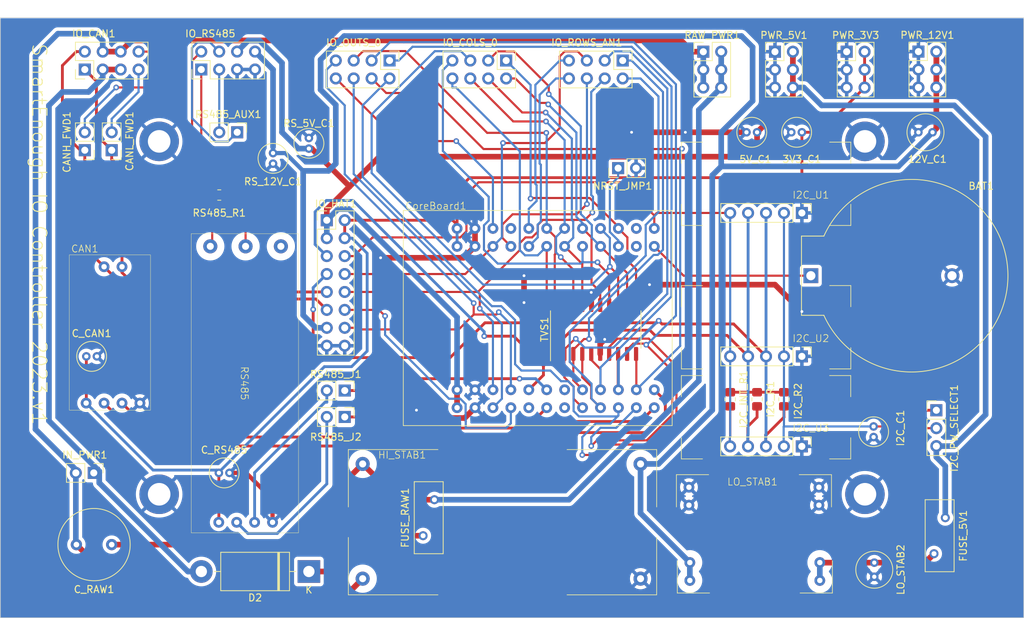
<source format=kicad_pcb>
(kicad_pcb (version 20240108) (generator "pcbnew") (generator_version "8.0")
  (title_block (title "ChannelWood Controller"))
  (layers (0 "F.Cu" signal) (31 "B.Cu" signal) (34 "B.Paste" user) (35 "F.Paste" user) (36 "B.SilkS" user "B.Silkscreen") (37 "F.SilkS" user "F.Silkscreen") (38 "B.Mask" user) (39 "F.Mask" user) (44 "Edge.Cuts" user))
  (net 0 "")
  (net 1 "+5V")
  (net 2 "GND")
  (net 3 "+3V3")
  (net 6 "/FT_6_SPI2_MOSI")
  (net 7 "/IO_FT_7")
  (net 8 "Net-(I2C_PW_SELECT1-Pin_2)")
  (net 9 "/IO_FT_5")
  (net 10 "/IO_FT_4")
  (net 11 "/IO_FT_3")
  (net 12 "/IO_INT")
  (net 15 "Net-(D2-K)")
  (net 18 "/IN_POWER")
  (net 19 "+12V")
  (net 20 "/485_TX_FT")
  (net 21 "/485_RX_FT")
  (net 22 "/CAN_TX")
  (net 23 "/CAN_RX")
  (net 24 "+BATT")
  (net 25 "/CAN_L")
  (net 26 "/CAN_H")
  (net 27 "+36V")
  (net 28 "/I2C3_SCL")
  (net 29 "/I2C3_SDA")
  (net 30 "Net-(RS485_J1-Pin_2)")
  (net 31 "Net-(FUSE_5V1-Pad1)")
  (net 32 "/IO_FT_0")
  (net 33 "/IO_FT_1")
  (net 34 "/IO_FT_2")
  (net 35 "Net-(IO_RS485-Pin_1)")
  (net 36 "Net-(IO_RS485-Pin_2)")
  (net 37 "Net-(RS485_J2-Pin_2)")
  (net 38 "/FT_EXT_ROW_1")
  (net 39 "/FT_EXT_ROW_0")
  (net 40 "/IO_TT_AN_2")
  (net 41 "/IO_TT_AN_1")
  (net 42 "/IO_TT_AN_0")
  (net 43 "/FT_EXT_ROW_2")
  (net 44 "/TT_EXT_COL_7")
  (net 45 "/TT_EXT_COL_6")
  (net 46 "/TT_EXT_COL_5")
  (net 47 "/TT_EXT_COL_4")
  (net 48 "/TT_EXT_COL_3")
  (net 49 "/TT_EXT_COL_2")
  (net 50 "/TT_EXT_COL_1")
  (net 51 "/TT_EXT_COL_0")
  (net 52 "Net-(CoreBoard1-PG10{slash}NRST)")
  (net 53 "/TT_SPI2_MISO")
  (net 54 "/TT_SPI2_SCK")
  (net 55 "/IO_TT_11")
  (net 56 "/IN_GND")
  (net 57 "Net-(IO_RS485-Pin_4)")
  (net 58 "Net-(IO_RS485-Pin_3)")
  (net 59 "Net-(CANH_FWD1-Pin_2)")
  (net 60 "Net-(CANL_FWD1-Pin_2)")
  (footprint "Connector_PinHeader_2.54mm:PinHeader_2x04_P2.54mm_Vertical" (layer "F.Cu") (at 70.5193 21.5326 -90)
    (property "Reference" "IO_OUTS_0")
    (property "Value" "Conn_02x04_Odd_Even" (hide yes))
  )
  (footprint "mod2_footprints:mod_LM2596" (layer "F.Cu") (at 64.6773 76.6606)
    (property "Reference" "HI_STAB1")
    (property "Value" "~")
  )
  (footprint "Capacitor_THT:C_Radial_D4.0mm_H7.0mm_P1.50mm" (layer "F.Cu") (at 139.0993 73.3826 -90)
    (property "Reference" "I2C_C1")
    (property "Value" "33µF 16V")
  )
  (footprint "Connector_PinHeader_2.54mm:PinHeader_2x04_P2.54mm_Vertical" (layer "F.Cu") (at 27.3393 22.8126 90)
    (property "Reference" "IO_CAN1")
    (property "Value" "Conn_02x04_Odd_Even" (hide yes))
  )
  (footprint "mod2_footprints:mod_tja1050_can" (layer "F.Cu") (at 31.1493 60.0726 -90)
    (property "Reference" "CAN1")
    (property "Value" "~")
  )
  (footprint "Connector_PinHeader_2.54mm:PinHeader_1x03_P2.54mm_Vertical" (layer "F.Cu") (at 147.9893 71.0876)
    (property "Reference" "I2C_PW_SELECT1")
    (property "Value" "Conn_01x03" (hide yes))
  )
  (footprint "MountingHole:MountingHole_3.2mm_M3_DIN965_Pad" (layer "F.Cu") (at 137.874 82.99)
    (property "Reference" "MHOLE_RB" (hide yes))
    (property "Value" "MountingHole_3.2mm_M3_DIN965_Pad" (hide yes))
  )
  (footprint "Capacitor_THT:C_Radial_D4.0mm_H7.0mm_P1.50mm" (layer "F.Cu") (at 27.5556 63.4526)
    (property "Reference" "C_CAN1")
    (property "Value" "33µF 16V")
  )
  (footprint "mod2_footprints:mod_pcf8575_16bit_vertical" (layer "F.Cu") (at 132.7918 43.0801 -90)
    (property "Reference" "I2C_U1")
    (property "Value" "~")
  )
  (footprint "mod2_footprints:mod_pcf8575_16bit_vertical" (layer "F.Cu") (at 132.781843 76.1526 -90)
    (property "Reference" "I2C_U3")
    (property "Value" "~")
  )
  (footprint "Capacitor_THT:C_Radial_D10.0mm_H12.5mm_P5.00mm" (layer "F.Cu") (at 31.1493 90.1226 180)
    (property "Reference" "C_RAW1")
    (property "Value" "100µF 50V LowESR")
  )
  (footprint "MountingHole:MountingHole_3.2mm_M3_DIN965_Pad" (layer "F.Cu") (at 37.874 32.99)
    (property "Reference" "MHOLE_TL" (hide yes))
    (property "Value" "MountingHole_3.2mm_M3_DIN965_Pad" (hide yes))
  )
  (footprint "Capacitor_THT:C_Radial_D4.0mm_H7.0mm_P1.50mm" (layer "F.Cu") (at 54.009343 34.647569 -90)
    (property "Reference" "RS_12V_C1")
    (property "Value" "33µF 25V")
  )
  (footprint "Connector_PinHeader_2.54mm:PinHeader_2x03_P2.54mm_Vertical" (layer "F.Cu") (at 145.4493 20.2726)
    (property "Reference" "PWR_12V1")
    (property "Value" "Conn_02x03_Odd_Even" (hide yes))
  )
  (footprint "Diode_THT:D_DO-201AD_P15.24mm_Horizontal" (layer "F.Cu") (at 59.0893 93.9326 180)
    (property "Reference" "D2")
    (property "Value" "1N5822")
  )
  (footprint "Capacitor_THT:C_Radial_D5.0mm_H7.0mm_P2.00mm" (layer "F.Cu") (at 147.4493 31.7026 180)
    (property "Reference" "12V_C1")
    (property "Value" "33µF 50V")
  )
  (footprint "Resistor_SMD:R_0805_2012Metric_Pad1.20x1.40mm_HandSolder" (layer "F.Cu") (at 126.3993 69.532569 90)
    (property "Reference" "I2C_R2")
    (property "Value" "4.7k")
  )
  (footprint "Capacitor_THT:C_Radial_D4.0mm_H7.0mm_P1.50mm" (layer "F.Cu") (at 59.0893 34.0126 90)
    (property "Reference" "RS_5V_C1")
    (property "Value" "33µF 16V")
  )
  (footprint "Resistor_SMD:R_0805_2012Metric_Pad1.20x1.40mm_HandSolder" (layer "F.Cu") (at 122.5893 69.532569 90)
    (property "Reference" "I2C_R1")
    (property "Value" "4.7k")
  )
  (footprint "Connector_PinHeader_2.54mm:PinHeader_2x04_P2.54mm_Vertical" (layer "F.Cu") (at 103.5493 21.5376 -90)
    (property "Reference" "IO_ROWS_AN1")
    (property "Value" "Conn_02x04_Odd_Even")
  )
  (footprint "Connector_PinHeader_2.54mm:PinHeader_1x02_P2.54mm_Vertical" (layer "F.Cu") (at 64.1693 72.0353 -90)
    (property "Reference" "RS485_J2")
    (property "Value" "Conn_01x02")
  )
  (footprint "Fuse:Fuse_BelFuse_0ZRE0016FF_L9.9mm_W3.8mm" (layer "F.Cu") (at 75.2693 88.8626 90)
    (property "Reference" "FUSE_RAW1")
    (property "Value" "2A")
  )
  (footprint "mod2_footprints:mod_hw-0519-rs-485" (layer "F.Cu") (at 50.1093 67.2626 -90)
    (property "Reference" "RS485")
    (property "Value" "~")
  )
  (footprint "mod2_footprints:mod_weact_stm32g4" (layer "F.Cu") (at 92.7843 58.0251)
    (property "Reference" "CoreBoard1")
    (property "Value" "STM32G431CBU6")
  )
  (footprint "Connector_PinHeader_2.54mm:PinHeader_2x03_P2.54mm_Vertical" (layer "F.Cu") (at 125.1243 20.2876)
    (property "Reference" "PWR_5V1")
    (property "Value" "Conn_02x03_Odd_Even" (hide yes))
  )
  (footprint "MountingHole:MountingHole_3.2mm_M3_DIN965_Pad" (layer "F.Cu") (at 37.874 82.99)
    (property "Reference" "MHOLE_BL" (hide yes))
    (property "Value" "MountingHole_3.2mm_M3_DIN965_Pad" (hide yes))
  )
  (footprint "Connector_PinHeader_2.54mm:PinHeader_2x03_P2.54mm_Vertical" (layer "F.Cu") (at 135.2843 20.2876)
    (property "Reference" "PWR_3V3")
    (property "Value" "Conn_02x03_Odd_Even" (hide yes))
  )
  (footprint "Capacitor_THT:C_Radial_D4.0mm_H7.0mm_P1.50mm" (layer "F.Cu") (at 46.3354 79.9626)
    (property "Reference" "C_RS485")
    (property "Value" "33µF 16V")
  )
  (footprint "Package_SO:SO-20_5.3x12.6mm_P1.27mm" (layer "F.Cu") (at 99.7293 59.6426 90)
    (property "Reference" "TVS1")
    (property "Value" "~")
  )
  (footprint "Connector_PinHeader_2.54mm:PinHeader_1x02_P2.54mm_Vertical" (layer "F.Cu") (at 102.9043 36.7826 90)
    (property "Reference" "NRST_JMP1")
    (property "Value" "Conn_01x02")
  )
  (footprint "Connector_PinHeader_2.54mm:PinHeader_1x02_P2.54mm_Vertical" (layer "F.Cu") (at 64.1693 68.2953 -90)
    (property "Reference" "RS485_J1")
    (property "Value" "Conn_01x02")
  )
  (footprint "Connector_PinHeader_2.54mm:PinHeader_2x04_P2.54mm_Vertical" (layer "F.Cu") (at 43.8393 22.8076 90)
    (property "Reference" "IO_RS485")
    (property "Value" "Conn_02x04_Odd_Even")
  )
  (footprint "Resistor_SMD:R_0805_2012Metric_Pad1.20x1.40mm_HandSolder" (layer "F.Cu") (at 118.7793 69.532569 90)
    (property "Reference" "I2C_INT_R1")
    (property "Value" "4.7k")
  )
  (footprint "Capacitor_THT:C_Radial_D4.0mm_H7.0mm_P1.50mm" (layer "F.Cu") (at 128.9393 31.7026 180)
    (property "Reference" "3V3_C1")
    (property "Value" "33µF 16V")
  )
  (footprint "Connector_PinHeader_2.54mm:PinHeader_1x02_P2.54mm_Vertical" (layer "F.Cu") (at 28.6093 79.9626 -90)
    (property "Reference" "IN_PWR1")
    (property "Value" "Conn_01x02")
  )
  (footprint "mod2_footprints:mod_pcf8575_16bit_vertical" (layer "F.Cu") (at 132.7918 63.4001 -90)
    (property "Reference" "I2C_U2")
    (property "Value" "~")
  )
  (footprint "Connector_PinHeader_2.54mm:PinHeader_2x03_P2.54mm_Vertical" (layer "F.Cu") (at 114.9693 20.2876)
    (property "Reference" "RAW_PWR1")
    (property "Value" "Conn_02x03_Odd_Even" (hide yes))
  )
  (footprint "Fuse:Fuse_BelFuse_0ZRE0016FF_L9.9mm_W3.8mm" (layer "F.Cu") (at 147.6593 91.4126 90)
    (property "Reference" "FUSE_5V1")
    (property "Value" "2A")
  )
  (footprint "Connector_PinHeader_2.54mm:PinHeader_2x04_P2.54mm_Vertical" (layer "F.Cu") (at 87.0393 21.5376 -90)
    (property "Reference" "IO_COLS_0")
    (property "Value" "Conn_02x04_Odd_Even")
  )
  (footprint "Battery:BatteryHolder_ComfortableElectronic_CH273-2450_1x2450" (layer "F.Cu") (at 130.2093 52.0226)
    (property "Reference" "BAT1")
    (property "Value" "3.3V")
  )
  (footprint "Resistor_SMD:R_0805_2012Metric_Pad1.20x1.40mm_HandSolder" (layer "F.Cu") (at 46.3893 40.5926)
    (property "Reference" "RS485_R1")
    (property "Value" "120")
  )
  (footprint "Capacitor_THT:C_Radial_D5.0mm_H7.0mm_P2.00mm" (layer "F.Cu") (at 139.1961 92.6788 -90)
    (property "Reference" "LO_STAB2")
    (property "Value" "33µF 16V")
  )
  (footprint "MountingHole:MountingHole_3.2mm_M3_DIN965_Pad" (layer "F.Cu") (at 137.874 32.99)
    (property "Reference" "MHOLE_RT" (hide yes))
    (property "Value" "MountingHole_3.2mm_M3_DIN965_Pad" (hide yes))
  )
  (footprint "Capacitor_THT:C_Radial_D4.0mm_H7.0mm_P1.50mm" (layer "F.Cu") (at 122.5893 31.7026 180)
    (property "Reference" "5V_C1")
    (property "Value" "33µF 16V")
  )
  (footprint "Connector_PinHeader_2.54mm:PinHeader_2x08_P2.54mm_Vertical" (layer "F.Cu") (at 61.6243 44.1653)
    (property "Reference" "IO_HAT1")
    (property "Value" "Conn_02x08_Odd_Even")
  )
  (footprint "Connector_PinHeader_2.54mm:PinHeader_1x02_P2.54mm_Vertical" (layer "F.Cu") (at 31.1493 34.2426 180)
    (property "Reference" "CANL_FWD1")
    (property "Value" "Conn_01x02")
  )
  (footprint "Connector_PinHeader_2.54mm:PinHeader_1x02_P2.54mm_Vertical" (layer "F.Cu") (at 48.9293 31.7026 -90)
    (property "Reference" "RS485_AUX1")
    (property "Value" "Conn_01x02")
  )
  (footprint "Connector_PinHeader_2.54mm:PinHeader_1x02_P2.54mm_Vertical" (layer "F.Cu") (at 27.3393 34.2426 180)
    (property "Reference" "CANH_FWD1")
    (property "Value" "Conn_01x02" (hide yes))
  )
  (footprint "mod2_footprints:mod_mp1584_stab" (layer "F.Cu") (at 121.3193 90.1226 180)
    (property "Reference" "LO_STAB1")
    (property "Value" "~")
  )
  (gr_rect (start 15.374 15.49) (end 160.374 100.49) (stroke (width 0.1)) (fill none) (layer "Edge.Cuts"))
  (gr_text "SmartEnough IO Controller 2023.v1" (at 19.719343 19.002569 270) (layer "F.SilkS") (effects (font (size 2 2)) (justify left bottom)))
  (segment (start 69.0771 35.1606) (end 121.671312 35.1606) (width 0.8) (layer "F.Cu") (net 1))
  (segment (start 127.6643 22.8276) (end 127.6643 25.3676) (width 0.8) (layer "F.Cu") (net 1))
  (segment (start 127.6643 20.2876) (end 127.6643 22.8276) (width 0.8) (layer "F.Cu") (net 1))
  (segment (start 127.664 21.0801) (end 127.6643 21.0798) (width 0.8) (layer "F.Cu") (net 1))
  (segment (start 64.8589 39.3788) (end 59.4927 34.0126) (width 0.8) (layer "F.Cu") (net 1))
  (segment (start 122.5893 31.7023) (end 122.5893 31.7026) (width 0.8) (layer "F.Cu") (net 1))
  (segment (start 121.671312 35.1606) (end 122.5893 34.242612) (width 0.8) (layer "F.Cu") (net 1))
  (segment (start 59.4927 34.0126) (end 59.0893 34.0126) (width 0.8) (layer "F.Cu") (net 1))
  (segment (start 122.5893 34.242612) (end 122.5893 31.7026) (width 0.8) (layer "F.Cu") (net 1))
  (segment (start 127.664 24.7454) (end 127.6643 24.7457) (width 0.8) (layer "F.Cu") (net 1))
  (segment (start 61.6243 42.6134) (end 64.8589 39.3788) (width 0.8) (layer "F.Cu") (net 1))
  (segment (start 127.664 22.8632) (end 127.6643 22.8629) (width 0.8) (layer "F.Cu") (net 1))
  (segment (start 127.6643 26.627612) (end 127.6643 25.3676) (width 0.8) (layer "F.Cu") (net 1))
  (segment (start 80.0843 70.7251) (end 80.0843 68.1851) (width 0.8) (layer "F.Cu") (net 1))
  (segment (start 64.8589 39.3788) (end 69.0771 35.1606) (width 0.8) (layer "F.Cu") (net 1))
  (segment (start 127.6643 21.0798) (end 127.6643 20.2876) (width 0.8) (layer "F.Cu") (net 1))
  (segment (start 61.6243 44.1653) (end 61.6243 42.6134) (width 0.8) (layer "F.Cu") (net 1))
  (segment (start 127.6643 24.7457) (end 127.6643 25.3676) (width 0.8) (layer "F.Cu") (net 1))
  (segment (start 122.589343 31.702569) (end 127.6643 26.627612) (width 0.8) (layer "F.Cu") (net 1))
  (segment (start 127.6643 22.8629) (end 127.6643 22.8276) (width 0.8) (layer "F.Cu") (net 1))
  (segment (start 61.6243 46.7053) (end 61.6243 44.1653) (width 0.8) (layer "B.Cu") (net 1))
  (segment (start 131.741169 27.892569) (end 150.529343 27.892569) (width 0.8) (layer "B.Cu") (net 1))
  (segment (start 61.6243 44.1653) (end 63.2003 42.5893) (width 0.8) (layer "B.Cu") (net 1))
  (segment (start 64.7842 42.5893) (end 80.0843 57.8894) (width 0.8) (layer "B.Cu") (net 1))
  (segment (start 129.2162 25.3676) (end 131.741169 27.892569) (width 0.8) (layer "B.Cu") (net 1))
  (segment (start 147.9893 77.7195) (end 149.2593 78.9895) (width 0.8) (layer "B.Cu") (net 1))
  (segment (start 55.279343 31.702569) (end 57.589374 34.0126) (width 0.8) (layer "B.Cu") (net 1))
  (segment (start 154.974343 32.337569) (end 154.974343 71.707569) (width 0.8) (layer "B.Cu") (net 1))
  (segment (start 150.514312 76.1676) (end 147.9893 76.1676) (width 0.8) (layer "B.Cu") (net 1))
  (segment (start 150.529343 27.892569) (end 154.974343 32.337569) (width 0.8) (layer "B.Cu") (net 1))
  (segment (start 127.6643 25.3676) (end 129.2162 25.3676) (width 0.8) (layer "B.Cu") (net 1))
  (segment (start 63.2003 42.5893) (end 64.7842 42.5893) (width 0.8) (layer "B.Cu") (net 1))
  (segment (start 50.4828 18.7041) (end 48.9193 20.2676) (width 0.8) (layer "B.Cu") (net 1))
  (segment (start 154.974343 71.707569) (end 150.514312 76.1676) (width 0.8) (layer "B.Cu") (net 1))
  (segment (start 147.9893 76.1676) (end 147.9893 77.7195) (width 0.8) (layer "B.Cu") (net 1))
  (segment (start 80.0843 57.8894) (end 80.0843 68.1851) (width 0.8) (layer "B.Cu") (net 1))
  (segment (start 57.589374 34.0126) (end 59.0893 34.0126) (width 0.8) (layer "B.Cu") (net 1))
  (segment (start 55.279343 31.702569) (end 55.279343 21.876243) (width 0.8) (layer "B.Cu") (net 1))
  (segment (start 149.2593 78.9895) (end 149.2593 86.3126) (width 0.8) (layer "B.Cu") (net 1))
  (segment (start 52.1072 18.7041) (end 50.4828 18.7041) (width 0.8) (layer "B.Cu") (net 1))
  (segment (start 55.279343 21.876243) (end 52.1072 18.7041) (width 0.8) (layer "B.Cu") (net 1))
  (segment (start 99.0943 56.1801) (end 99.0943 54.3893) (width 0.8) (layer "F.Cu") (net 2))
  (segment (start 104.809343 31.702569) (end 104.809374 31.7026) (width 0.8) (layer "F.Cu") (net 2))
  (segment (start 112.429374 31.7026) (end 121.0893 31.7026) (width 0.8) (layer "F.Cu") (net 2))
  (segment (start 75.443874 72.1871) (end 74.329343 71.072569) (width 0.8) (layer "F.Cu") (net 2))
  (segment (start 89.569343 55.832569) (end 89.569343 52.022569) (width 0.8) (layer "F.Cu") (net 2))
  (segment (start 69.249343 49.482569) (end 81.006831 49.482569) (width 0.8) (layer "F.Cu") (net 2))
  (segment (start 107.349343 53.292569) (end 125.129343 53.292569) (width 0.8) (layer "F.Cu") (net 2))
  (segment (start 54.009343 83.772569) (end 53.9393 83.842612) (width 0.6) (layer "F.Cu") (net 2))
  (segment (start 100.3643 63.1051) (end 100.3643 61.678843) (width 0.8) (layer "F.Cu") (net 2))
  (segment (start 82.6243 47.8651) (end 82.6243 45.3251) (width 0.8) (layer "F.Cu") (net 2))
  (segment (start 53.9393 83.842612) (end 53.9393 86.9626) (width 0.6) (layer "F.Cu") (net 2))
  (segment (start 81.006831 49.482569) (end 82.6243 47.8651) (width 0.8) (layer "F.Cu") (net 2))
  (segment (start 104.809374 31.7026) (end 112.429312 31.7026) (width 0.8) (layer "F.Cu") (net 2))
  (segment (start 100.3643 61.678843) (end 100.999343 61.0438) (width 0.8) (layer "F.Cu") (net 2))
  (segment (start 125.129343 53.292569) (end 128.939343 57.102569) (width 0.8) (layer "F.Cu") (net 2))
  (segment (start 50.199374 79.9626) (end 54.009343 83.772569) (width 0.6) (layer "F.Cu") (net 2))
  (segment (start 81.1623 72.1871) (end 75.443874 72.1871) (width 0.8) (layer "F.Cu") (net 2))
  (segment (start 112.429343 31.702569) (end 112.429374 31.7026) (width 0.8) (layer "F.Cu") (net 2))
  (segment (start 112.429312 31.7026) (end 112.429343 31.702569) (width 0.8) (layer "F.Cu") (net 2))
  (segment (start 47.8354 79.9626) (end 50.199374 79.9626) (width 0.6) (layer "F.Cu") (net 2))
  (segment (start 82.6243 70.7251) (end 81.1623 72.1871) (width 0.8) (layer "F.Cu") (net 2))
  (via (at 99.0943 54.3893) (size 1) (drill 0.4) (layers "F.Cu" "B.Cu") (net 2))
  (via (at 104.809343 31.702569) (size 0.8) (drill 0.4) (layers "F.Cu" "B.Cu") (net 2))
  (via (at 89.569343 55.832569) (size 0.8) (drill 0.4) (layers "F.Cu" "B.Cu") (net 2))
  (via (at 89.569343 52.022569) (size 0.8) (drill 0.4) (layers "F.Cu" "B.Cu") (net 2))
  (via (at 74.329343 71.072569) (size 0.8) (drill 0.4) (layers "F.Cu" "B.Cu") (net 2))
  (via (at 100.999343 61.0438) (size 1) (drill 0.4) (layers "F.Cu" "B.Cu") (net 2))
  (via (at 112.429343 31.702569) (size 0.8) (drill 0.4) (layers "F.Cu" "B.Cu") (net 2))
  (via (at 107.349343 53.292569) (size 0.8) (drill 0.4) (layers "F.Cu" "B.Cu") (net 2))
  (via (at 128.939343 57.102569) (size 0.8) (drill 0.4) (layers "F.Cu" "B.Cu") (net 2))
  (via (at 69.249343 49.482569) (size 0.8) (drill 0.4) (layers "F.Cu" "B.Cu") (net 2))
  (segment (start 82.6243 45.3251) (end 82.6243 43.767569) (width 0.8) (layer "B.Cu") (net 2))
  (segment (start 122.5893 68.532569) (end 126.3993 68.532569) (width 0.4) (layer "F.Cu") (net 3))
  (segment (start 133.384343 68.532569) (end 126.3993 68.532569) (width 0.4) (layer "F.Cu") (net 3))
  (segment (start 128.304343 39.322569) (end 133.384343 44.402569) (width 0.4) (layer "F.Cu") (net 3))
  (segment (start 80.0843 44.7924) (end 79.4572 44.1653) (width 0.4) (layer "F.Cu") (net 3))
  (segment (start 137.829343 25.372643) (end 137.8243 25.3676) (width 0.4) (layer "F.Cu") (net 3))
  (segment (start 137.824 22.8276) (end 137.8243 22.8276) (width 0.4) (layer "F.Cu") (net 3))
  (segment (start 135.676069 68.532569) (end 138.2311 71.0876) (width 0.4) (layer "F.Cu") (net 3))
  (segment (start 127.669343 68.532569) (end 135.676069 68.532569) (width 0.4) (layer "F.Cu") (net 3))
  (segment (start 64.1643 46.7053) (end 64.1643 44.1653) (width 0.4) (layer "F.Cu") (net 3))
  (segment (start 128.304343 39.322569) (end 128.939 38.687912) (width 0.4) (layer "F.Cu") (net 3))
  (segment (start 138.2311 71.0876) (end 147.9893 71.0876) (width 0.4) (layer "F.Cu") (net 3))
  (segment (start 46.335443 79.9626) (end 46.335443 86.9465) (width 0.4) (layer "F.Cu") (net 3))
  (segment (start 79.4572 44.1653) (end 65.5162 44.1653) (width 0.4) (layer "F.Cu") (net 3))
  (segment (start 27.5556 63.4526) (end 27.5556 70.0463) (width 0.4) (layer "F.Cu") (net 3))
  (segment (start 137.8243 20.2876) (end 137.8243 22.8276) (width 0.4) (layer "F.Cu") (net 3))
  (segment (start 128.9393 31.7026) (end 131.4893 31.7026) (width 0.4) (layer "F.Cu") (net 3))
  (segment (start 131.4893 31.7026) (end 137.8243 25.3676) (width 0.4) (layer "F.Cu") (net 3))
  (segment (start 128.939 38.687912) (end 128.939 31.7026) (width 0.4) (layer "F.Cu") (net 3))
  (segment (start 118.7793 68.532569) (end 122.5893 68.532569) (width 0.4) (layer "F.Cu") (net 3))
  (segment (start 133.384343 44.402569) (end 133.384343 68.532569) (width 0.4) (layer "F.Cu") (net 3))
  (segment (start 80.0843 45.3251) (end 80.0843 44.7924) (width 0.4) (layer "F.Cu") (net 3))
  (segment (start 127.114374 38.1326) (end 81.869312 38.1326) (width 0.4) (layer "F.Cu") (net 3))
  (segment (start 80.0843 39.917612) (end 80.0843 44.7924) (width 0.4) (layer "F.Cu") (net 3))
  (segment (start 27.5556 70.0463) (end 27.5293 70.0726) (width 0.4) (layer "F.Cu") (net 3))
  (segment (start 128.304343 39.322569) (end 127.114374 38.1326) (width 0.4) (layer "F.Cu") (net 3))
  (segment (start 81.869312 38.1326) (end 80.0843 39.917612) (width 0.4) (layer "F.Cu") (net 3))
  (segment (start 64.1643 44.1653) (end 65.5162 44.1653) (width 0.4) (layer "F.Cu") (net 3))
  (segment (start 137.8243 25.3676) (end 137.8243 22.8276) (width 0.4) (layer "F.Cu") (net 3))
  (segment (start 67.344343 48.847569) (end 67.344343 62.702113) (width 0.4) (layer "B.Cu") (net 3))
  (segment (start 27.5293 70.0726) (end 37.0195 79.5628) (width 0.4) (layer "B.Cu") (net 3))
  (segment (start 46.0352 79.5628) (end 46.3354 79.863) (width 0.4) (layer "B.Cu") (net 3))
  (segment (start 65.135756 64.9107) (end 61.2877 64.9107) (width 0.4) (layer "B.Cu") (net 3))
  (segment (start 64.1643 46.7053) (end 65.202074 46.7053) (width 0.4) (layer "B.Cu") (net 3))
  (segment (start 67.344343 62.702113) (end 65.135756 64.9107) (width 0.4) (layer "B.Cu") (net 3))
  (segment (start 80.0843 45.3251) (end 80.0843 47.8651) (width 0.4) (layer "B.Cu") (net 3))
  (segment (start 65.202074 46.7053) (end 67.344343 48.847569) (width 0.4) (layer "B.Cu") (net 3))
  (segment (start 61.2877 64.9107) (end 46.3354 79.863) (width 0.4) (layer "B.Cu") (net 3))
  (segment (start 46.3354 79.863) (end 46.3354 79.9626) (width 0.4) (layer "B.Cu") (net 3))
  (segment (start 37.0195 79.5628) (end 46.0352 79.5628) (width 0.4) (layer "B.Cu") (net 3))
  (segment (start 85.651 57.5256) (end 85.9887 57.1879) (width 0.3) (layer "F.Cu") (net 6))
  (segment (start 82.4384 57.5256) (end 85.651 57.5256) (width 0.3) (layer "F.Cu") (net 6))
  (segment (start 82.4382 57.5254) (end 82.4384 57.5256) (width 0.3) (layer "F.Cu") (net 6))
  (segment (start 65.6968 59.6359) (end 65.4662 59.4053) (width 0.3) (layer "F.Cu") (net 6))
  (segment (start 82.4382 57.5254) (end 80.3277 59.6359) (width 0.3) (layer "F.Cu") (net 6))
  (segment (start 64.1643 59.4053) (end 65.4662 59.4053) (width 0.3) (layer "F.Cu") (net 6))
  (segment (start 80.3277 59.6359) (end 65.6968 59.6359) (width 0.3) (layer "F.Cu") (net 6))
  (segment (start 82.4382 55.9143) (end 82.4382 57.5254) (width 0.3) (layer "F.Cu") (net 6))
  (via (at 82.4382 55.9143) (size 0.8) (drill 0.4) (layers "F.Cu" "B.Cu") (net 6))
  (via (at 85.9887 57.1879) (size 0.8) (drill 0.4) (layers "F.Cu" "B.Cu") (net 6))
  (segment (start 87.7043 58.9035) (end 87.7043 68.1851) (width 0.3) (layer "B.Cu") (net 6))
  (segment (start 61.5993 25.322526) (end 61.5993 22.8326) (width 0.3) (layer "B.Cu") (net 6))
  (segment (start 82.4382 55.9143) (end 64.169343 37.645443) (width 0.3) (layer "B.Cu") (net 6))
  (segment (start 85.9887 57.1879) (end 87.7043 58.9035) (width 0.3) (layer "B.Cu") (net 6))
  (segment (start 61.5993 22.8326) (end 62.8993 21.5326) (width 0.3) (layer "B.Cu") (net 6))
  (segment (start 64.169343 37.645443) (end 64.169343 27.892569) (width 0.3) (layer "B.Cu") (net 6))
  (segment (start 64.169343 27.892569) (end 61.5993 25.322526) (width 0.3) (layer "B.Cu") (net 6))
  (segment (start 79.9692 32.9529) (end 71.7796 32.9529) (width 0.3) (layer "F.Cu") (net 7))
  (segment (start 71.7796 32.9529) (end 62.8993 24.0726) (width 0.3) (layer "F.Cu") (net 7))
  (via (at 79.9692 32.9529) (size 0.8) (drill 0.4) (layers "F.Cu" "B.Cu") (net 7))
  (segment (start 85.1643 38.148) (end 79.9692 32.9529) (width 0.3) (layer "B.Cu") (net 7))
  (segment (start 85.1643 45.3251) (end 85.1643 38.148) (width 0.3) (layer "B.Cu") (net 7))
  (segment (start 139.0993 73.3826) (end 146.4424 73.3826) (width 0.3) (layer "F.Cu") (net 8))
  (segment (start 146.4424 73.3826) (end 146.6874 73.6276) (width 0.3) (layer "F.Cu") (net 8))
  (segment (start 147.9893 73.6276) (end 146.6874 73.6276) (width 0.3) (layer "F.Cu") (net 8))
  (segment (start 126.3568 76.2051) (end 126.3568 73.4251) (width 0.3) (layer "B.Cu") (net 8))
  (segment (start 126.3993 43.1326) (end 126.3993 63.4526) (width 0.3) (layer "B.Cu") (net 8))
  (segment (start 126.3993 64.7545) (end 126.3993 73.3826) (width 0.3) (layer "B.Cu") (net 8))
  (segment (start 126.3568 73.4251) (end 126.3993 73.3826) (width 0.3) (layer "B.Cu") (net 8))
  (segment (start 126.3993 63.4526) (end 126.3993 64.7545) (width 0.3) (layer "B.Cu") (net 8))
  (segment (start 126.3993 73.3826) (end 139.0993 73.3826) (width 0.3) (layer "B.Cu") (net 8))
  (segment (start 86.4343 69.4551) (end 85.1643 70.7251) (width 0.3) (layer "B.Cu") (net 9))
  (segment (start 65.4393 25.3745) (end 65.4393 37.6066) (width 0.3) (layer "B.Cu") (net 9))
  (segment (start 86.4343 58.8381) (end 86.4343 69.4551) (width 0.3) (layer "B.Cu") (net 9))
  (segment (start 85.1368 57.3041) (end 85.1368 57.5406) (width 0.3) (layer "B.Cu") (net 9))
  (segment (start 65.4393 37.6066) (end 85.1368 57.3041) (width 0.3) (layer "B.Cu") (net 9))
  (segment (start 85.1368 57.5406) (end 86.4343 58.8381) (width 0.3) (layer "B.Cu") (net 9))
  (segment (start 65.4393 24.0726) (end 65.4393 25.3745) (width 0.3) (layer "B.Cu") (net 9))
  (segment (start 93.9235 56.0893) (end 94.0143 56.1801) (width 0.3) (layer "F.Cu") (net 10))
  (segment (start 93.9235 49.0388) (end 93.9235 56.0893) (width 0.3) (layer "F.Cu") (net 10))
  (segment (start 84.3434 31.781) (end 92.7243 31.781) (width 0.3) (layer "F.Cu") (net 10))
  (segment (start 66.7738 20.1981) (end 72.7605 20.1981) (width 0.3) (layer "F.Cu") (net 10))
  (segment (start 92.7843 45.3251) (end 94.0143 46.5551) (width 0.3) (layer "F.Cu") (net 10))
  (segment (start 94.0143 48.948) (end 93.9235 49.0388) (width 0.3) (layer "F.Cu") (net 10))
  (segment (start 94.0143 46.5551) (end 94.0143 48.948) (width 0.3) (layer "F.Cu") (net 10))
  (segment (start 65.4393 21.5326) (end 66.7738 20.1981) (width 0.3) (layer "F.Cu") (net 10))
  (segment (start 72.7605 20.1981) (end 84.3434 31.781) (width 0.3) (layer "F.Cu") (net 10))
  (via (at 92.7243 31.781) (size 0.8) (drill 0.4) (layers "F.Cu" "B.Cu") (net 10))
  (segment (start 92.7843 31.841) (end 92.7243 31.781) (width 0.3) (layer "B.Cu") (net 10))
  (segment (start 92.7843 45.3251) (end 92.7843 31.841) (width 0.3) (layer "B.Cu") (net 10))
  (segment (start 105.4843 63.1451) (end 105.4843 68.1851) (width 0.3) (layer "F.Cu") (net 11))
  (segment (start 75.8988 26.1379) (end 70.0446 26.1379) (width 0.3) (layer "F.Cu") (net 11))
  (segment (start 105.4443 63.1051) (end 105.4843 63.1451) (width 0.3) (layer "F.Cu") (net 11))
  (segment (start 111.8981 34.0765) (end 83.8374 34.0765) (width 0.3) (layer "F.Cu") (net 11))
  (segment (start 111.9458 34.0288) (end 111.8981 34.0765) (width 0.3) (layer "F.Cu") (net 11))
  (segment (start 83.8374 34.0765) (end 75.8988 26.1379) (width 0.3) (layer "F.Cu") (net 11))
  (segment (start 70.0446 26.1379) (end 67.9793 24.0726) (width 0.3) (layer "F.Cu") (net 11))
  (via (at 111.9458 34.0288) (size 0.8) (drill 0.4) (layers "F.Cu" "B.Cu") (net 11))
  (segment (start 111.6963 61.9731) (end 105.4843 68.1851) (width 0.3) (layer "B.Cu") (net 11))
  (segment (start 111.9458 34.0288) (end 111.6963 34.2783) (width 0.3) (layer "B.Cu") (net 11))
  (segment (start 111.6963 34.2783) (end 111.6963 61.9731) (width 0.3) (layer "B.Cu") (net 11))
  (segment (start 118.7793 43.1326) (end 117.4774 43.1326) (width 0.3) (layer "F.Cu") (net 12))
  (segment (start 108.0243 43.4883) (end 103.3186 38.7826) (width 0.3) (layer "F.Cu") (net 12))
  (segment (start 81.4104 40.496512) (end 81.4104 45.731) (width 0.3) (layer "F.Cu") (net 12))
  (segment (start 65.4662 49.2453) (end 64.1643 49.2453) (width 0.3) (layer "F.Cu") (net 12))
  (segment (start 118.7793 74.8607) (end 118.7368 74.9032) (width 0.3) (layer "F.Cu") (net 12))
  (segment (start 68.1164 46.5951) (end 65.4662 49.2453) (width 0.3) (layer "F.Cu") (net 12))
  (segment (start 103.3186 38.7826) (end 83.124312 38.7826) (width 0.3) (layer "F.Cu") (net 12))
  (segment (start 118.7368 74.9032) (end 118.7368 76.2051) (width 0.3) (layer "F.Cu") (net 12))
  (segment (start 80.5463 46.5951) (end 68.1164 46.5951) (width 0.3) (layer "F.Cu") (net 12))
  (segment (start 108.0243 43.4883) (end 108.38 43.1326) (width 0.3) (layer "F.Cu") (net 12))
  (segment (start 81.4104 45.731) (end 80.5463 46.5951) (width 0.3) (layer "F.Cu") (net 12))
  (segment (start 108.38 43.1326) (end 117.4774 43.1326) (width 0.3) (layer "F.Cu") (net 12))
  (segment (start 83.124312 38.7826) (end 81.4104 40.496512) (width 0.3) (layer "F.Cu") (net 12))
  (segment (start 108.0243 45.3251) (end 108.0243 43.4883) (width 0.3) (layer "F.Cu") (net 12))
  (segment (start 118.7793 70.532569) (end 118.7793 74.8607) (width 0.3) (layer "F.Cu") (net 12))
  (segment (start 118.7368 76.2051) (end 118.7368 74.9032) (width 0.3) (layer "B.Cu") (net 12))
  (segment (start 118.7793 74.8607) (end 118.7368 74.9032) (width 0.3) (layer "B.Cu") (net 12))
  (segment (start 118.7793 43.1326) (end 118.7793 63.4526) (width 0.3) (layer "B.Cu") (net 12))
  (segment (start 118.7793 63.4526) (end 118.7793 74.8607) (width 0.3) (layer "B.Cu") (net 12))
  (segment (start 59.0893 93.9326) (end 61.3912 93.9326) (width 0.8) (layer "F.Cu") (net 15))
  (segment (start 66.4612 88.8626) (end 61.3912 93.9326) (width 0.8) (layer "F.Cu") (net 15))
  (segment (start 75.2693 88.8626) (end 66.4612 88.8626) (width 0.8) (layer "F.Cu") (net 15))
  (segment (start 32.4193 22.8126) (end 29.8793 22.8126) (width 0.8) (layer "F.Cu") (net 18))
  (segment (start 24.164343 25.987569) (end 22.259343 27.892569) (width 0.8) (layer "B.Cu") (net 18))
  (segment (start 28.6093 79.9626) (end 29.3853 79.9626) (width 0.8) (layer "B.Cu") (net 18))
  (segment (start 22.259343 27.892569) (end 22.259343 72.589606) (width 0.8) (layer "B.Cu") (net 18))
  (segment (start 29.8793 23.9726) (end 27.864331 25.987569) (width 0.8) (layer "B.Cu") (net 18))
  (segment (start 41.944374 93.9326) (end 43.8493 93.9326) (width 0.8) (layer "B.Cu") (net 18))
  (segment (start 29.3853 79.715563) (end 29.3853 79.9626) (width 0.8) (layer "B.Cu") (net 18))
  (segment (start 29.3853 81.373526) (end 41.944374 93.9326) (width 0.8) (layer "B.Cu") (net 18))
  (segment (start 22.259343 72.589606) (end 29.3853 79.715563) (width 0.8) (layer "B.Cu") (net 18))
  (segment (start 27.864331 25.987569) (end 24.164343 25.987569) (width 0.8) (layer "B.Cu") (net 18))
  (segment (start 29.8793 22.8126) (end 29.8793 23.9726) (width 0.8) (layer "B.Cu") (net 18))
  (segment (start 29.3853 79.9626) (end 29.3853 81.373526) (width 0.8) (layer "B.Cu") (net 18))
  (segment (start 147.4492 31.7025) (end 147.4492 31.7024) (width 0.8) (layer "F.Cu") (net 19))
  (segment (start 147.989 23.9837) (end 147.9893 23.9834) (width 0.8) (layer "F.Cu") (net 19))
  (segment (start 147.9893 22.1278) (end 147.9893 20.2726) (width 0.8) (layer "F.Cu") (net 19))
  (segment (start 147.9893 25.3526) (end 147.9893 31.1626) (width 0.8) (layer "F.Cu") (net 19))
  (segment (start 147.9893 20.2726) (end 147.9893 25.3526) (width 0.8) (layer "F.Cu") (net 19))
  (segment (start 147.4493 31.7026) (end 147.4492 31.7025) (width 0.8) (layer "F.Cu") (net 19))
  (segment (start 147.9893 23.9834) (end 147.9893 22.8126) (width 0.8) (layer "F.Cu") (net 19))
  (segment (start 147.9893 25.987526) (end 147.9893 25.3526) (width 0.8) (layer "F.Cu") (net 19))
  (segment (start 147.9893 31.1626) (end 147.4493 31.7026) (width 0.8) (layer "F.Cu") (net 19))
  (segment (start 147.989 22.1281) (end 147.9893 22.1278) (width 0.8) (layer "F.Cu") (net 19))
  (segment (start 117.509343 31.702569) (end 117.509343 36.5418) (width 0.8) (layer "B.Cu") (net 19))
  (segment (start 54.0093 33.7826) (end 54.0093 22.8176) (width 0.8) (layer "B.Cu") (net 19))
  (segment (start 116.239343 37.8118) (end 116.239343 71.072569) (width 0.8) (layer "B.Cu") (net 19))
  (segment (start 60.7493 21.4107) (end 64.0892 18.0708) (width 0.8) (layer "B.Cu") (net 19))
  (segment (start 54.009343 34.647569) (end 54.009343 33.782643) (width 0.6) (layer "B.Cu") (net 19))
  (segment (start 64.0892 18.0708) (end 120.387574 18.0708) (width 0.8) (layer "B.Cu") (net 19))
  (segment (start 62.899343 36.147569) (end 62.899343 27.824651) (width 0.8) (layer "B.Cu") (net 19))
  (segment (start 106.0793 85.6776) (end 113.0643 92.6626) (width 0.8) (layer "B.Cu") (net 19))
  (segment (start 54.009343 34.647569) (end 55.752669 34.647569) (width 0.6) (layer "B.Cu") (net 19))
  (segment (start 54.0093 22.8176) (end 51.4593 20.2676) (width 0.8) (layer "B.Cu") (net 19))
  (segment (start 62.899343 27.824651) (end 60.7493 25.674608) (width 0.8) (layer "B.Cu") (net 19))
  (segment (start 60.7493 25.674608) (end 60.7493 21.4107) (width 0.8) (layer "B.Cu") (net 19))
  (segment (start 142.6101 36.5418) (end 123.1748 36.5418) (width 0.8) (layer "B.Cu") (net 19))
  (segment (start 58.2773 37.1722) (end 61.874712 37.1722) (width 0.8) (layer "B.Cu") (net 19))
  (segment (start 117.509343 36.5418) (end 116.239343 37.8118) (width 0.8) (layer "B.Cu") (net 19))
  (segment (start 60.0724 59.4053) (end 58.2773 57.6102) (width 0.8) (layer "B.Cu") (net 19))
  (segment (start 121.954343 27.257569) (end 117.509343 31.702569) (width 0.8) (layer "B.Cu") (net 19))
  (segment (start 61.874712 37.1722) (end 62.899343 36.147569) (width 0.8) (layer "B.Cu") (net 19))
  (segment (start 108.619312 78.6926) (end 106.0793 78.6926) (width 0.8) (layer "B.Cu") (net 19))
  (segment (start 106.0793 78.6926) (end 106.0793 85.6776) (width 0.8) (layer "B.Cu") (net 19))
  (segment (start 121.954343 19.637569) (end 121.954343 27.257569) (width 0.8) (layer "B.Cu") (net 19))
  (segment (start 61.6243 59.4053) (end 60.0724 59.4053) (width 0.8) (layer "B.Cu") (net 19))
  (segment (start 147.4493 31.7026) (end 142.6101 36.5418) (width 0.8) (layer "B.Cu") (net 19))
  (segment (start 58.2773 57.6102) (end 58.2773 37.1722) (width 0.8) (layer "B.Cu") (net 19))
  (segment (start 116.239343 71.072569) (end 108.619312 78.6926) (width 0.8) (layer "B.Cu") (net 19))
  (segment (start 55.752669 34.647569) (end 58.2773 37.1722) (width 0.6) (layer "B.Cu") (net 19))
  (segment (start 123.1748 36.5418) (end 117.509343 36.5418) (width 0.8) (layer "B.Cu") (net 19))
  (segment (start 120.387574 18.0708) (end 121.954343 19.637569) (width 0.8) (layer "B.Cu") (net 19))
  (segment (start 113.0643 95.2026) (end 113.0643 92.6626) (width 0.8) (layer "B.Cu") (net 19))
  (segment (start 54.009343 33.782643) (end 54.0093 33.7826) (width 0.6) (layer "B.Cu") (net 19))
  (segment (start 67.398469 73.612569) (end 65.8212 72.0353) (width 0.4) (layer "F.Cu") (net 20))
  (segment (start 92.7843 70.7251) (end 89.896831 73.612569) (width 0.4) (layer "F.Cu") (net 20))
  (segment (start 65.8212 72.0353) (end 64.1693 72.0353) (width 0.4) (layer "F.Cu") (net 20))
  (segment (start 89.896831 73.612569) (end 67.398469 73.612569) (width 0.4) (layer "F.Cu") (net 20))
  (segment (start 88.9402 66.6131) (end 67.5034 66.6131) (width 0.4) (layer "F.Cu") (net 21))
  (segment (start 64.1693 68.2953) (end 65.8212 68.2953) (width 0.4) (layer "F.Cu") (net 21))
  (segment (start 67.5034 66.6131) (end 65.8212 68.2953) (width 0.4) (layer "F.Cu") (net 21))
  (via (at 88.9402 66.6131) (size 0.8) (drill 0.4) (layers "F.Cu" "B.Cu") (net 21))
  (segment (start 91.2123 66.6131) (end 88.9402 66.6131) (width 0.4) (layer "B.Cu") (net 21))
  (segment (start 92.7843 68.1851) (end 91.2123 66.6131) (width 0.4) (layer "B.Cu") (net 21))
  (segment (start 106.715031 74.247569) (end 97.189343 74.247569) (width 0.4) (layer "F.Cu") (net 22))
  (segment (start 108.0243 68.1851) (end 109.5911 69.7519) (width 0.4) (layer "F.Cu") (net 22))
  (segment (start 36.149269 76.152569) (end 30.0693 70.0726) (width 0.4) (layer "F.Cu") (net 22))
  (segment (start 97.189343 74.247569) (end 95.284343 76.152569) (width 0.4) (layer "F.Cu") (net 22))
  (segment (start 109.5911 71.3715) (end 106.715031 74.247569) (width 0.4) (layer "F.Cu") (net 22))
  (segment (start 109.5911 69.7519) (end 109.5911 71.3715) (width 0.4) (layer "F.Cu") (net 22))
  (segment (start 95.284343 76.152569) (end 36.149269 76.152569) (width 0.4) (layer "F.Cu") (net 22))
  (segment (start 94.649343 74.882569) (end 37.419269 74.882569) (width 0.4) (layer "F.Cu") (net 23))
  (segment (start 37.419269 74.882569) (end 32.6093 70.0726) (width 0.4) (layer "F.Cu") (net 23))
  (segment (start 106.0683 72.6811) (end 96.850812 72.6811) (width 0.4) (layer "F.Cu") (net 23))
  (segment (start 96.850812 72.6811) (end 94.649343 74.882569) (width 0.4) (layer "F.Cu") (net 23))
  (segment (start 108.0243 70.7251) (end 106.0683 72.6811) (width 0.4) (layer "F.Cu") (net 23))
  (segment (start 130.2093 52.0226) (end 112.1818 52.0226) (width 0.3) (layer "F.Cu") (net 24))
  (segment (start 112.1818 52.0226) (end 108.0243 47.8651) (width 0.3) (layer "F.Cu") (net 24))
  (segment (start 32.6093 51.577526) (end 35.358974 54.3272) (width 0.4) (layer "F.Cu") (net 25))
  (segment (start 28.9893 32.0826) (end 31.1493 34.2426) (width 0.4) (layer "F.Cu") (net 25))
  (segment (start 59.9724 54.3253) (end 61.6243 54.3253) (width 0.4) (layer "F.Cu") (net 25))
  (segment (start 32.6093 49.9576) (end 32.6093 51.577526) (width 0.4) (layer "F.Cu") (net 25))
  (segment (start 35.358974 54.3272) (end 59.9705 54.3272) (width 0.4) (layer "F.Cu") (net 25))
  (segment (start 59.9705 54.3272) (end 59.9724 54.3253) (width 0.4) (layer "F.Cu") (net 25))
  (segment (start 31.1493 35.512526) (end 32.6093 36.972526) (width 0.4) (layer "F.Cu") (net 25))
  (segment (start 31.1493 34.2426) (end 31.1493 35.512526) (width 0.4) (layer "F.Cu") (net 25))
  (segment (start 28.9893 24.4626) (end 28.9893 32.0826) (width 0.4) (layer "F.Cu") (net 25))
  (segment (start 27.3393 22.8126) (end 28.9893 24.4626) (width 0.4) (layer "F.Cu") (net 25))
  (segment (start 32.6093 36.972526) (end 32.6093 50.7526) (width 0.4) (layer "F.Cu") (net 25))
  (segment (start 27.3393 34.2426) (end 27.339343 34.242643) (width 0.4) (layer "F.Cu") (net 26))
  (segment (start 27.339343 34.242643) (end 27.339343 48.022643) (width 0.4) (layer "F.Cu") (net 26))
  (segment (start 27.339343 48.022643) (end 30.0693 50.7526) (width 0.4) (layer "F.Cu") (net 26))
  (segment (start 24.164343 31.702606) (end 26.704337 34.2426) (width 0.4) (layer "F.Cu") (net 26))
  (segment (start 30.0693 50.7526) (end 34.6439 55.3272) (width 0.4) (layer "F.Cu") (net 26))
  (segment (start 24.164343 22.245476) (end 24.164343 31.702606) (width 0.4) (layer "F.Cu") (net 26))
  (segment (start 26.704337 34.2426) (end 27.3393 34.2426) (width 0.4) (layer "F.Cu") (net 26))
  (segment (start 34.6439 55.3272) (end 60.0862 55.3272) (width 0.4) (layer "F.Cu") (net 26))
  (segment (start 27.3393 20.2726) (end 26.137219 20.2726) (width 0.4) (layer "F.Cu") (net 26))
  (segment (start 26.137219 20.2726) (end 24.164343 22.245476) (width 0.4) (layer "F.Cu") (net 26))
  (segment (start 60.0862 55.3272) (end 61.6243 56.8653) (width 0.4) (layer "F.Cu") (net 26))
  (segment (start 76.8693 83.7626) (end 71.7793 83.7626) (width 0.8) (layer "F.Cu") (net 27))
  (segment (start 31.1493 90.1226) (end 55.2793 90.1226) (width 0.8) (layer "F.Cu") (net 27))
  (segment (start 71.7793 83.7626) (end 66.7093 78.6926) (width 0.8) (layer "F.Cu") (net 27))
  (segment (start 55.2793 90.1226) (end 66.7093 78.6926) (width 0.8) (layer "F.Cu") (net 27))
  (segment (start 106.358676 74.882569) (end 104.809343 74.882569) (width 0.8) (layer "B.Cu") (net 27))
  (segment (start 114.334343 66.906902) (end 106.358676 74.882569) (width 0.8) (layer "B.Cu") (net 27))
  (segment (start 114.334343 28.542557) (end 114.334343 66.906902) (width 0.8) (layer "B.Cu") (net 27))
  (segment (start 117.5093 25.3676) (end 114.334343 28.542557) (width 0.8) (layer "B.Cu") (net 27))
  (segment (start 117.5093 20.2876) (end 117.5093 22.8276) (width 0.8) (layer "B.Cu") (net 27))
  (segment (start 104.809343 74.882569) (end 95.929312 83.7626) (width 0.8) (layer "B.Cu") (net 27))
  (segment (start 117.5093 22.8276) (end 117.5093 25.3676) (width 0.8) (layer "B.Cu") (net 27))
  (segment (start 95.929312 83.7626) (end 76.8693 83.7626) (width 0.8) (layer "B.Cu") (net 27))
  (segment (start 83.9295 60.5909) (end 88.1135 60.5909) (width 0.4) (layer "F.Cu") (net 28))
  (segment (start 118.3446 60.4779) (end 121.3193 63.4526) (width 0.4) (layer "F.Cu") (net 28))
  (segment (start 96.2945 59.7443) (end 107.3963 59.7443) (width 0.4) (layer "F.Cu") (net 28))
  (segment (start 92.321 64.7984) (end 92.321 66.1084) (width 0.4) (layer "F.Cu") (net 28))
  (segment (start 88.1135 60.5909) (end 92.321 64.7984) (width 0.4) (layer "F.Cu") (net 28))
  (segment (start 121.2768 76.2051) (end 121.2768 73.3851) (width 0.4) (layer "F.Cu") (net 28))
  (segment (start 121.2768 73.3851) (end 122.5893 72.0726) (width 0.4) (layer "F.Cu") (net 28))
  (segment (start 108.1299 60.4779) (end 118.3446 60.4779) (width 0.4) (layer "F.Cu") (net 28))
  (segment (start 122.5893 70.532569) (end 122.5893 72.0726) (width 0.4) (layer "F.Cu") (net 28))
  (segment (start 92.321 66.1084) (end 90.2443 68.1851) (width 0.4) (layer "F.Cu") (net 28))
  (segment (start 94.0143 62.0245) (end 96.2945 59.7443) (width 0.4) (layer "F.Cu") (net 28))
  (segment (start 107.3963 59.7443) (end 108.1299 60.4779) (width 0.4) (layer "F.Cu") (net 28))
  (segment (start 94.0143 63.1051) (end 94.0143 62.0245) (width 0.4) (layer "F.Cu") (net 28))
  (segment (start 92.321 64.7984) (end 94.0143 63.1051) (width 0.4) (layer "F.Cu") (net 28))
  (via (at 83.9295 60.5909) (size 0.8) (drill 0.4) (layers "F.Cu" "B.Cu") (net 28))
  (segment (start 83.9295 59.9682) (end 83.9295 60.5909) (width 0.4) (layer "B.Cu") (net 28))
  (segment (start 61.5812 41.3618) (end 65.3231 41.3618) (width 0.4) (layer "B.Cu") (net 28))
  (segment (start 121.3193 63.4526) (end 121.3193 74.5107) (width 0.4) (layer "B.Cu") (net 28))
  (segment (start 121.3193 43.1326) (end 121.3193 63.4526) (width 0.4) (layer "B.Cu") (net 28))
  (segment (start 121.2768 76.2051) (end 121.2768 74.5532) (width 0.4) (layer "B.Cu") (net 28))
  (segment (start 121.3193 74.5107) (end 121.2768 74.5532) (width 0.4) (layer "B.Cu") (net 28))
  (segment (start 59.9724 42.9706) (end 61.5812 41.3618) (width 0.4) (layer "B.Cu") (net 28))
  (segment (start 65.3231 41.3618) (end 83.9295 59.9682) (width 0.4) (layer "B.Cu") (net 28))
  (segment (start 59.9724 47.5934) (end 59.9724 42.9706) (width 0.4) (layer "B.Cu") (net 28))
  (segment (start 61.6243 49.2453) (end 59.9724 47.5934) (width 0.4) (layer "B.Cu") (net 28))
  (segment (start 108.650307 58.403533) (end 109.107574 58.8608) (width 0.4) (layer "F.Cu") (net 29))
  (segment (start 123.8168 74.5532) (end 123.9187 74.5532) (width 0.4) (layer "F.Cu") (net 29))
  (segment (start 60.9426 63.6276) (end 59.6958 62.3808) (width 0.4) (layer "F.Cu") (net 29))
  (segment (start 126.3993 70.532569) (end 126.3993 72.0726) (width 0.4) (layer "F.Cu") (net 29))
  (segment (start 84.0298 58.6948) (end 79.097 63.6276) (width 0.4) (layer "F.Cu") (net 29))
  (segment (start 119.2675 58.8608) (end 123.8593 63.4526) (width 0.4) (layer "F.Cu") (net 29))
  (segment (start 102.9043 68.1451) (end 102.9043 63.1051) (width 0.4) (layer "F.Cu") (net 29))
  (segment (start 109.107574 58.8608) (end 119.2675 58.8608) (width 0.4) (layer "F.Cu") (net 29))
  (segment (start 123.8168 76.2051) (end 123.8168 74.5532) (width 0.4) (layer "F.Cu") (net 29))
  (segment (start 108.650307 58.403533) (end 108.35904 58.6948) (width 0.4) (layer "F.Cu") (net 29))
  (segment (start 79.097 63.6276) (end 60.9426 63.6276) (width 0.4) (layer "F.Cu") (net 29))
  (segment (start 123.9187 74.5532) (end 126.3993 72.0726) (width 0.4) (layer "F.Cu") (net 29))
  (segment (start 108.35904 58.6948) (end 84.0298 58.6948) (width 0.4) (layer "F.Cu") (net 29))
  (segment (start 102.9443 68.1851) (end 102.9043 68.1451) (width 0.4) (layer "F.Cu") (net 29))
  (segment (start 59.6958 62.3808) (end 59.6958 56.8015) (width 0.4) (layer "F.Cu") (net 29))
  (via (at 108.650307 58.403533) (size 0.8) (drill 0.4) (layers "F.Cu" "B.Cu") (net 29))
  (via (at 59.6958 56.8015) (size 0.8) (drill 0.4) (layers "F.Cu" "B.Cu") (net 29))
  (segment (start 61.6243 51.7853) (end 59.6958 53.7138) (width 0.4) (layer "B.Cu") (net 29))
  (segment (start 123.8168 76.2051) (end 123.8168 74.5532) (width 0.4) (layer "B.Cu") (net 29))
  (segment (start 108.573167 58.403533) (end 102.9443 64.0324) (width 0.4) (layer "B.Cu") (net 29))
  (segment (start 123.8593 43.1326) (end 123.8593 63.4526) (width 0.4) (layer "B.Cu") (net 29))
  (segment (start 108.650307 58.403533) (end 108.573167 58.403533) (width 0.4) (layer "B.Cu") (net 29))
  (segment (start 123.8593 63.4526) (end 123.8593 74.5107) (width 0.4) (layer "B.Cu") (net 29))
  (segment (start 123.8593 74.5107) (end 123.8168 74.5532) (width 0.4) (layer "B.Cu") (net 29))
  (segment (start 59.6958 53.7138) (end 59.6958 56.8015) (width 0.4) (layer "B.Cu") (net 29))
  (segment (start 102.9443 64.0324) (end 102.9443 68.1851) (width 0.4) (layer "B.Cu") (net 29))
  (segment (start 51.3993 86.9626) (end 51.3993 79.9205) (width 0.4) (layer "B.Cu") (net 30))
  (segment (start 61.6293 68.2953) (end 61.6293 69.9472) (width 0.4) (layer "B.Cu") (net 30))
  (segment (start 61.3726 69.9472) (end 61.6293 69.9472) (width 0.4) (layer "B.Cu") (net 30))
  (segment (start 51.3993 79.9205) (end 61.3726 69.9472) (width 0.4) (layer "B.Cu") (net 30))
  (segment (start 131.4955 92.6788) (end 131.4793 92.6626) (width 0.8) (layer "F.Cu") (net 31))
  (segment (start 139.1961 92.6788) (end 131.4955 92.6788) (width 0.8) (layer "F.Cu") (net 31))
  (segment (start 146.3931 92.6788) (end 147.6593 91.4126) (width 0.8) (layer "F.Cu") (net 31))
  (segment (start 139.1961 92.6788) (end 146.3931 92.6788) (width 0.8) (layer "F.Cu") (net 31))
  (segment (start 147.026 92.0457) (end 147.0262 92.0457) (width 0.8) (layer "F.Cu") (net 31))
  (segment (start 131.4793 92.6626) (end 131.4792 92.6627) (width 0.8) (layer "F.Cu") (net 31))
  (segment (start 147.0262 92.0457) (end 147.6593 91.4126) (width 0.8) (layer "F.Cu") (net 31))
  (segment (start 131.4793 95.2026) (end 131.4793 92.6626) (width 0.8) (layer "B.Cu") (net 31))
  (segment (start 99.0943 63.1051) (end 99.0943 63.9593) (width 0.3) (layer "F.Cu") (net 32))
  (segment (start 99.0943 63.9593) (end 100.4043 65.2693) (width 0.3) (layer "F.Cu") (net 32))
  (segment (start 100.4043 65.2693) (end 100.4043 68.1851) (width 0.3) (layer "F.Cu") (net 32))
  (segment (start 100.4043 65.0239) (end 110.4682 54.96) (width 0.3) (layer "B.Cu") (net 32))
  (segment (start 100.4043 68.1851) (end 100.4043 65.0239) (width 0.3) (layer "B.Cu") (net 32))
  (segment (start 110.4682 25.2364) (end 104.8193 19.5875) (width 0.3) (layer "B.Cu") (net 32))
  (segment (start 110.4682 54.96) (end 110.4682 25.2364) (width 0.3) (layer "B.Cu") (net 32))
  (segment (start 73.7663 19.5875) (end 71.8212 21.5326) (width 0.3) (layer "B.Cu") (net 32))
  (segment (start 70.5193 21.5326) (end 71.8212 21.5326) (width 0.3) (layer "B.Cu") (net 32))
  (segment (start 104.8193 19.5875) (end 73.7663 19.5875) (width 0.3) (layer "B.Cu") (net 32))
  (segment (start 107.2862 75.949) (end 111.1679 72.0673) (width 0.3) (layer "F.Cu") (net 33))
  (segment (start 99.729343 77.422569) (end 101.202912 75.949) (width 0.3) (layer "F.Cu") (net 33))
  (segment (start 111.1679 64.862) (end 107.2466 60.9407) (width 0.3) (layer "F.Cu") (net 33))
  (segment (start 97.824343 77.422569) (end 99.729343 77.422569) (width 0.3) (layer "F.Cu") (net 33))
  (segment (start 107.2466 60.9407) (end 102.8022 60.9407) (width 0.3) (layer "F.Cu") (net 33))
  (segment (start 102.8022 60.9407) (end 101.6343 62.1086) (width 0.3) (layer "F.Cu") (net 33))
  (segment (start 111.1679 72.0673) (end 111.1679 64.862) (width 0.3) (layer "F.Cu") (net 33))
  (segment (start 101.202912 75.949) (end 107.2862 75.949) (width 0.3) (layer "F.Cu") (net 33))
  (segment (start 101.6343 62.1086) (end 101.6343 63.1051) (width 0.3) (layer "F.Cu") (net 33))
  (via (at 97.824343 77.422569) (size 0.8) (drill 0.4) (layers "F.Cu" "B.Cu") (net 33))
  (segment (start 101.800331 72.977569) (end 102.8158 71.9621) (width 0.3) (layer "B.Cu") (net 33))
  (segment (start 88.3043 58.301418) (end 86.340782 56.3379) (width 0.3) (layer "B.Cu") (net 33))
  (segment (start 96.5943 67.741073) (end 95.826327 66.9731) (width 0.3) (layer "B.Cu") (net 33))
  (segment (start 102.8158 71.9621) (end 97.3586 71.9621) (width 0.3) (layer "B.Cu") (net 33))
  (segment (start 97.824343 74.882569) (end 99.729343 72.977569) (width 0.3) (layer "B.Cu") (net 33))
  (segment (start 89.204385 65.4631) (end 88.3043 64.563015) (width 0.3) (layer "B.Cu") (net 33))
  (segment (start 102.8158 71.9621) (end 102.9443 71.8336) (width 0.3) (layer "B.Cu") (net 33))
  (segment (start 86.340782 56.3379) (end 85.019128 56.3379) (width 0.3) (layer "B.Cu") (net 33))
  (segment (start 99.729343 72.977569) (end 101.800331 72.977569) (width 0.3) (layer "B.Cu") (net 33))
  (segment (start 96.5943 71.1978) (end 96.5943 67.741073) (width 0.3) (layer "B.Cu") (net 33))
  (segment (start 88.3043 64.563015) (end 88.3043 58.301418) (width 0.3) (layer "B.Cu") (net 33))
  (segment (start 66.709343 27.882557) (end 70.5193 24.0726) (width 0.3) (layer "B.Cu") (net 33))
  (segment (start 95.826327 66.9731) (end 94.822273 66.9731) (width 0.3) (layer "B.Cu") (net 33))
  (segment (start 97.3586 71.9621) (end 96.5943 71.1978) (width 0.3) (layer "B.Cu") (net 33))
  (segment (start 85.019128 56.3379) (end 66.709343 38.028115) (width 0.3) (layer "B.Cu") (net 33))
  (segment (start 102.9443 71.8336) (end 102.9443 70.7251) (width 0.3) (layer "B.Cu") (net 33))
  (segment (start 97.824343 77.422569) (end 97.824343 74.882569) (width 0.3) (layer "B.Cu") (net 33))
  (segment (start 66.709343 38.028115) (end 66.709343 27.882557) (width 0.3) (layer "B.Cu") (net 33))
  (segment (start 93.312273 65.4631) (end 89.204385 65.4631) (width 0.3) (layer "B.Cu") (net 33))
  (segment (start 94.822273 66.9731) (end 93.312273 65.4631) (width 0.3) (layer "B.Cu") (net 33))
  (segment (start 110.566 71.7462) (end 110.566 65.486) (width 0.3) (layer "F.Cu") (net 34))
  (segment (start 110.566 65.486) (end 106.8812 61.8012) (width 0.3) (layer "F.Cu") (net 34))
  (segment (start 106.7281 61.6481) (end 106.8812 61.8012) (width 0.3) (layer "F.Cu") (net 34))
  (segment (start 99.094343 76.152569) (end 99.897912 75.349) (width 0.3) (layer "F.Cu") (net 34))
  (segment (start 104.1743 62.5189) (end 105.0451 61.6481) (width 0.3) (layer "F.Cu") (net 34))
  (segment (start 99.897912 75.349) (end 106.9632 75.349) (width 0.3) (layer "F.Cu") (net 34))
  (segment (start 106.9632 75.349) (end 110.566 71.7462) (width 0.3) (layer "F.Cu") (net 34))
  (segment (start 105.0451 61.6481) (end 106.7281 61.6481) (width 0.3) (layer "F.Cu") (net 34))
  (segment (start 104.1743 63.1051) (end 104.1743 62.5189) (width 0.3) (layer "F.Cu") (net 34))
  (via (at 99.094343 76.152569) (size 0.8) (drill 0.4) (layers "F.Cu" "B.Cu") (net 34))
  (via (at 106.8812 61.8012) (size 0.8) (drill 0.4) (layers "F.Cu" "B.Cu") (net 34))
  (segment (start 106.8812 61.8011) (end 106.8812 61.8012) (width 0.3) (layer "B.Cu") (net 34))
  (segment (start 99.094343 76.152569) (end 99.094343 74.882569) (width 0.3) (layer "B.Cu") (net 34))
  (segment (start 70.5709 18.9432) (end 70.5869 18.9272) (width 0.3) (layer "B.Cu") (net 34))
  (segment (start 105.1197 18.9287) (end 111.0963 24.9053) (width 0.3) (layer "B.Cu") (net 34))
  (segment (start 67.9793 21.5326) (end 70.5687 18.9432) (width 0.3) (layer "B.Cu") (net 34))
  (segment (start 70.5869 18.9272) (end 72.5327 18.9272) (width 0.3) (layer "B.Cu") (net 34))
  (segment (start 72.5327 18.9272) (end 72.5342 18.9287) (width 0.3) (layer "B.Cu") (net 34))
  (segment (start 111.0963 24.9053) (end 111.0963 57.6786) (width 0.3) (layer "B.Cu") (net 34))
  (segment (start 106.9738 61.8011) (end 106.8812 61.8011) (width 0.3) (layer "B.Cu") (net 34))
  (segment (start 70.5687 18.9432) (end 70.5709 18.9432) (width 0.3) (layer "B.Cu") (net 34))
  (segment (start 100.399343 73.577569) (end 102.631831 73.577569) (width 0.3) (layer "B.Cu") (net 34))
  (segment (start 99.094343 74.882569) (end 100.399343 73.577569) (width 0.3) (layer "B.Cu") (net 34))
  (segment (start 72.5342 18.9287) (end 105.1197 18.9287) (width 0.3) (layer "B.Cu") (net 34))
  (segment (start 102.631831 73.577569) (end 105.4843 70.7251) (width 0.3) (layer "B.Cu") (net 34))
  (segment (start 111.0963 57.6786) (end 106.9738 61.8011) (width 0.3) (layer "B.Cu") (net 34))
  (segment (start 50.119343 43.322643) (end 50.119343 47.8626) (width 0.3) (layer "F.Cu") (net 35))
  (segment (start 47.3893 38.439528) (end 47.3893 40.5926) (width 0.3) (layer "F.Cu") (net 35))
  (segment (start 43.8393 22.8076) (end 43.8393 34.889528) (width 0.3) (layer "F.Cu") (net 35))
  (segment (start 43.8393 34.889528) (end 47.3893 38.439528) (width 0.3) (layer "F.Cu") (net 35))
  (segment (start 47.3893 40.5926) (end 50.119343 43.322643) (width 0.3) (layer "F.Cu") (net 35))
  (segment (start 42.5393 37.7426) (end 45.3893 40.5926) (width 0.3) (layer "F.Cu") (net 36))
  (segment (start 42.5393 21.5676) (end 42.5393 37.7426) (width 0.3) (layer "F.Cu") (net 36))
  (segment (start 45.3893 40.5926) (end 45.3893 47.592643) (width 0.3) (layer "F.Cu") (net 36))
  (segment (start 43.8393 20.2676) (end 42.5393 21.5676) (width 0.3) (layer "F.Cu") (net 36))
  (segment (start 48.8593 86.9626) (end 50.4403 88.5436) (width 0.4) (layer "B.Cu") (net 37))
  (segment (start 61.6293 81.52) (end 61.6293 72.0353) (width 0.4) (layer "B.Cu") (net 37))
  (segment (start 50.4403 88.5436) (end 54.6057 88.5436) (width 0.4) (layer "B.Cu") (net 37))
  (segment (start 54.6057 88.5436) (end 61.6293 81.52) (width 0.4) (layer "B.Cu") (net 37))
  (segment (start 99.0782 69.399) (end 100.4043 70.7251) (width 0.3) (layer "F.Cu") (net 38))
  (segment (start 99.0782 67.6822) (end 99.0782 69.399) (width 0.3) (layer "F.Cu") (net 38))
  (segment (start 97.8243 63.1051) (end 97.8243 66.4283) (width 0.3) (layer "F.Cu") (net 38))
  (segment (start 97.8243 66.4283) (end 99.0782 67.6822) (width 0.3) (layer "F.Cu") (net 38))
  (segment (start 96.0467 59.936684) (end 96.0467 64.2455) (width 0.3) (layer "B.Cu") (net 38))
  (segment (start 99.1343 69.4551) (end 100.4043 70.7251) (width 0.3) (layer "B.Cu") (net 38))
  (segment (start 99.1343 67.3331) (end 99.1343 69.4551) (width 0.3) (layer "B.Cu") (net 38))
  (segment (start 106.8123 44.823073) (end 106.8123 49.171084) (width 0.3) (layer "B.Cu") (net 38))
  (segment (start 96.0467 64.2455) (end 99.1343 67.3331) (width 0.3) (layer "B.Cu") (net 38))
  (segment (start 103.5493 24.0776) (end 106.074374 24.0776) (width 0.3) (layer "B.Cu") (net 38))
  (segment (start 108.619343 43.01603) (end 106.8123 44.823073) (width 0.3) (layer "B.Cu") (net 38))
  (segment (start 108.619343 26.622569) (end 108.619343 43.01603) (width 0.3) (layer "B.Cu") (net 38))
  (segment (start 106.8123 49.171084) (end 96.0467 59.936684) (width 0.3) (layer "B.Cu") (net 38))
  (segment (start 106.074374 24.0776) (end 108.619343 26.622569) (width 0.3) (layer "B.Cu") (net 38))
  (segment (start 98.0768 60.993) (end 98.7743 60.993) (width 0.3) (layer "F.Cu") (net 39))
  (segment (start 97.8643 68.1851) (end 97.8643 68.1505) (width 0.3) (layer "F.Cu") (net 39))
  (segment (start 96.5543 63.1051) (end 96.5543 62.5155) (width 0.3) (layer "F.Cu") (net 39))
  (segment (start 96.5543 62.5155) (end 98.0768 60.993) (width 0.3) (layer "F.Cu") (net 39))
  (segment (start 97.8643 68.1505) (end 96.5543 66.8405) (width 0.3) (layer "F.Cu") (net 39))
  (segment (start 96.5543 66.8405) (end 96.5543 63.1051) (width 0.3) (layer "F.Cu") (net 39))
  (via (at 98.7743 60.993) (size 0.8) (drill 0.4) (layers "F.Cu" "B.Cu") (net 39))
  (segment (start 107.93787 49.0771) (end 103.722401 53.292569) (width 0.3) (layer "B.Cu") (net 39))
  (segment (start 109.2588 25.992026) (end 109.2588 48.344627) (width 0.3) (layer "B.Cu") (net 39))
  (segment (start 108.526327 49.0771) (end 107.93787 49.0771) (width 0.3) (layer "B.Cu") (net 39))
  (segment (start 98.7743 58.057612) (end 98.7743 60.993) (width 0.3) (layer "B.Cu") (net 39))
  (segment (start 104.804374 21.5376) (end 109.2588 25.992026) (width 0.3) (layer "B.Cu") (net 39))
  (segment (start 103.722401 53.292569) (end 103.539343 53.292569) (width 0.3) (layer "B.Cu") (net 39))
  (segment (start 103.5493 21.5376) (end 104.804374 21.5376) (width 0.3) (layer "B.Cu") (net 39))
  (segment (start 103.539343 53.292569) (end 98.7743 58.057612) (width 0.3) (layer "B.Cu") (net 39))
  (segment (start 109.2588 48.344627) (end 108.526327 49.0771) (width 0.3) (layer "B.Cu") (net 39))
  (segment (start 86.4897 44.7814) (end 87.9507 43.3204) (width 0.3) (layer "F.Cu") (net 40))
  (segment (start 86.4897 46.6505) (end 86.4897 44.7814) (width 0.3) (layer "F.Cu") (net 40))
  (segment (start 97.0333 43.3204) (end 98.4864 41.8673) (width 0.3) (layer "F.Cu") (net 40))
  (segment (start 87.7043 47.8651) (end 86.4897 46.6505) (width 0.3) (layer "F.Cu") (net 40))
  (segment (start 87.9507 43.3204) (end 97.0333 43.3204) (width 0.3) (layer "F.Cu") (net 40))
  (via (at 98.4864 41.8673) (size 0.8) (drill 0.4) (layers "F.Cu" "B.Cu") (net 40))
  (segment (start 98.4864 25.3966) (end 98.4864 41.8673) (width 0.3) (layer "B.Cu") (net 40))
  (segment (start 98.4693 25.3795) (end 98.4864 25.3966) (width 0.3) (layer "B.Cu") (net 40))
  (segment (start 98.4693 24.0776) (end 98.4693 25.3795) (width 0.3) (layer "B.Cu") (net 40))
  (segment (start 90.2443 42.5486) (end 90.2443 45.3251) (width 0.3) (layer "B.Cu") (net 41))
  (segment (start 91.3529 41.44) (end 90.2443 42.5486) (width 0.3) (layer "B.Cu") (net 41))
  (segment (start 91.1803 24.9847) (end 91.1803 39.0247) (width 0.3) (layer "B.Cu") (net 41))
  (segment (start 91.3529 39.1973) (end 91.3529 41.44) (width 0.3) (layer "B.Cu") (net 41))
  (segment (start 94.6274 21.5376) (end 91.1803 24.9847) (width 0.3) (layer "B.Cu") (net 41))
  (segment (start 95.9293 21.5376) (end 94.6274 21.5376) (width 0.3) (layer "B.Cu") (net 41))
  (segment (start 91.1803 39.0247) (end 91.3529 39.1973) (width 0.3) (layer "B.Cu") (net 41))
  (segment (start 95.9293 24.0776) (end 94.6274 24.0776) (width 0.3) (layer "B.Cu") (net 42))
  (segment (start 94.6274 24.0776) (end 94.1032 24.0776) (width 0.3) (layer "B.Cu") (net 42))
  (segment (start 91.9548 44.3304) (end 91.5144 44.7708) (width 0.3) (layer "B.Cu") (net 42))
  (segment (start 91.9548 36.3036) (end 91.9548 44.3304) (width 0.3) (layer "B.Cu") (net 42))
  (segment (start 91.7822 26.3986) (end 91.7822 36.131) (width 0.3) (layer "B.Cu") (net 42))
  (segment (start 91.7822 36.131) (end 91.9548 36.3036) (width 0.3) (layer "B.Cu") (net 42))
  (segment (start 94.1032 24.0776) (end 91.7822 26.3986) (width 0.3) (layer "B.Cu") (net 42))
  (segment (start 91.5144 44.7708) (end 91.5144 46.595) (width 0.3) (layer "B.Cu") (net 42))
  (segment (start 91.5144 46.595) (end 90.2443 47.8651) (width 0.3) (layer "B.Cu") (net 42))
  (segment (start 95.2843 63.1051) (end 95.2843 66.4218) (width 0.3) (layer "F.Cu") (net 43))
  (segment (start 95.2843 62.4859) (end 95.2843 63.1051) (width 0.3) (layer "F.Cu") (net 43))
  (segment (start 96.8082 60.962) (end 95.2843 62.4859) (width 0.3) (layer "F.Cu") (net 43))
  (segment (start 96.9031 60.962) (end 96.8082 60.962) (width 0.3) (layer "F.Cu") (net 43))
  (segment (start 95.2843 66.4218) (end 96.5943 67.7318) (width 0.3) (layer "F.Cu") (net 43))
  (segment (start 96.5943 67.7318) (end 96.5943 69.4551) (width 0.3) (layer "F.Cu") (net 43))
  (segment (start 96.5943 69.4551) (end 97.8643 70.7251) (width 0.3) (layer "F.Cu") (net 43))
  (via (at 96.9031 60.962) (size 0.8) (drill 0.4) (layers "F.Cu" "B.Cu") (net 43))
  (segment (start 104.5949 20.2357) (end 109.8663 25.5071) (width 0.3) (layer "B.Cu") (net 43))
  (segment (start 102.240512 62.2114) (end 98.1525 62.2114) (width 0.3) (layer "B.Cu") (net 43))
  (segment (start 109.8663 25.5071) (end 109.8663 54.585612) (width 0.3) (layer "B.Cu") (net 43))
  (segment (start 102.3112 20.2357) (end 104.5949 20.2357) (width 0.3) (layer "B.Cu") (net 43))
  (segment (start 101.0093 21.5376) (end 102.3112 20.2357) (width 0.3) (layer "B.Cu") (net 43))
  (segment (start 98.1525 62.2114) (end 96.9031 60.962) (width 0.3) (layer "B.Cu") (net 43))
  (segment (start 109.8663 54.585612) (end 102.240512 62.2114) (width 0.3) (layer "B.Cu") (net 43))
  (segment (start 94.4011 57.6435) (end 93.6291 57.6435) (width 0.3) (layer "F.Cu") (net 44))
  (segment (start 92.7843 56.7987) (end 92.7843 47.8651) (width 0.3) (layer "F.Cu") (net 44))
  (segment (start 95.2843 56.1801) (end 95.2843 56.7603) (width 0.3) (layer "F.Cu") (net 44))
  (segment (start 95.2843 56.7603) (end 94.4011 57.6435) (width 0.3) (layer "F.Cu") (net 44))
  (segment (start 93.6291 57.6435) (end 92.7843 56.7987) (width 0.3) (layer "F.Cu") (net 44))
  (segment (start 88.9743 48.3967) (end 88.9743 34.3974) (width 0.3) (layer "B.Cu") (net 44))
  (segment (start 89.7119 49.1343) (end 88.9743 48.3967) (width 0.3) (layer "B.Cu") (net 44))
  (segment (start 88.9743 34.3974) (end 79.9564 25.3795) (width 0.3) (layer "B.Cu") (net 44))
  (segment (start 92.7843 47.8651) (end 91.5151 49.1343) (width 0.3) (layer "B.Cu") (net 44))
  (segment (start 91.5151 49.1343) (end 89.7119 49.1343) (width 0.3) (layer "B.Cu") (net 44))
  (segment (start 79.4193 24.0776) (end 79.4193 25.3795) (width 0.3) (layer "B.Cu") (net 44))
  (segment (start 79.9564 25.3795) (end 79.4193 25.3795) (width 0.3) (layer "B.Cu") (net 44))
  (segment (start 96.5543 51.1705) (end 94.7754 49.3916) (width 0.3) (layer "F.Cu") (net 45))
  (segment (start 81.9593 24.0776) (end 88.0482 30.1665) (width 0.3) (layer "F.Cu") (net 45))
  (segment (start 88.0482 30.1665) (end 92.6805 30.1665) (width 0.3) (layer "F.Cu") (net 45))
  (segment (start 96.5543 56.1801) (end 96.5543 51.1705) (width 0.3) (layer "F.Cu") (net 45))
  (via (at 92.6805 30.1665) (size 0.8) (drill 0.4) (layers "F.Cu" "B.Cu") (net 45))
  (via (at 94.7754 49.3916) (size 0.8) (drill 0.4) (layers "F.Cu" "B.Cu") (net 45))
  (segment (start 95.3243 32.8103) (end 92.6805 30.1665) (width 0.3) (layer "B.Cu") (net 45))
  (segment (start 94.7754 49.3916) (end 94.1104 48.7266) (width 0.3) (layer "B.Cu") (net 45))
  (segment (start 95.3243 45.3251) (end 95.3243 32.8103) (width 0.3) (layer "B.Cu") (net 45))
  (segment (start 94.1104 46.539) (end 95.3243 45.3251) (width 0.3) (layer "B.Cu") (net 45))
  (segment (start 94.1104 48.7266) (end 94.1104 46.539) (width 0.3) (layer "B.Cu") (net 45))
  (segment (start 84.4993 24.0776) (end 89.3193 28.8976) (width 0.3) (layer "F.Cu") (net 46))
  (segment (start 97.8243 50.3651) (end 95.3243 47.8651) (width 0.3) (layer "F.Cu") (net 46))
  (segment (start 89.3193 28.8976) (end 92.6371 28.8976) (width 0.3) (layer "F.Cu") (net 46))
  (segment (start 97.8243 56.1801) (end 97.8243 50.3651) (width 0.3) (layer "F.Cu") (net 46))
  (via (at 92.6371 28.8976) (size 0.8) (drill 0.4) (layers "F.Cu" "B.Cu") (net 46))
  (segment (start 96.3459 44.1294) (end 96.3459 32.6064) (width 0.3) (layer "B.Cu") (net 46))
  (segment (start 96.5411 46.6483) (end 96.5411 44.3246) (width 0.3) (layer "B.Cu") (net 46))
  (segment (start 96.5411 44.3246) (end 96.3459 44.1294) (width 0.3) (layer "B.Cu") (net 46))
  (segment (start 96.3459 32.6064) (end 92.6371 28.8976) (width 0.3) (layer "B.Cu") (net 46))
  (segment (start 95.3243 47.8651) (end 96.5411 46.6483) (width 0.3) (layer "B.Cu") (net 46))
  (segment (start 91.8047 27.5411) (end 88.3412 24.0776) (width 0.3) (layer "F.Cu") (net 47))
  (segment (start 100.3643 54.3125) (end 99.1343 53.0825) (width 0.3) (layer "F.Cu") (net 47))
  (segment (start 100.3643 56.1801) (end 100.3643 54.3125) (width 0.3) (layer "F.Cu") (net 47))
  (segment (start 92.7894 27.5412) (end 92.7894 27.5411) (width 0.3) (layer "F.Cu") (net 47))
  (segment (start 87.0393 24.0776) (end 88.3412 24.0776) (width 0.3) (layer "F.Cu") (net 47))
  (segment (start 99.1343 46.5951) (end 97.8643 45.3251) (width 0.3) (layer "F.Cu") (net 47))
  (segment (start 92.7894 27.5411) (end 91.8047 27.5411) (width 0.3) (layer "F.Cu") (net 47))
  (segment (start 92.9996 27.7514) (end 92.7894 27.5412) (width 0.3) (layer "F.Cu") (net 47))
  (segment (start 99.1343 53.0825) (end 99.1343 46.5951) (width 0.3) (layer "F.Cu") (net 47))
  (via (at 92.9996 27.7514) (size 0.8) (drill 0.4) (layers "F.Cu" "B.Cu") (net 47))
  (segment (start 92.9996 27.7514) (end 96.9903 31.7421) (width 0.3) (layer "B.Cu") (net 47))
  (segment (start 97.8643 44.5679) (end 97.8643 45.3251) (width 0.3) (layer "B.Cu") (net 47))
  (segment (start 96.9903 31.7421) (end 96.9903 43.6939) (width 0.3) (layer "B.Cu") (net 47))
  (segment (start 96.9903 43.6939) (end 97.8643 44.5679) (width 0.3) (layer "B.Cu") (net 47))
  (segment (start 101.6343 51.858551) (end 101.6343 56.1801) (width 0.3) (layer "F.Cu") (net 48))
  (segment (start 99.9838 50.117569) (end 99.9838 50.208051) (width 0.3) (layer "F.Cu") (net 48))
  (segment (start 99.9838 50.208051) (end 101.6343 51.858551) (width 0.3) (layer "F.Cu") (net 48))
  (via (at 99.9838 50.117569) (size 0.8) (drill 0.4) (layers "F.Cu" "B.Cu") (net 48))
  (segment (start 78.0734 34.3514) (end 84.5643 40.8423) (width 0.3) (layer "B.Cu") (net 48))
  (segment (start 83.8943 44.881073) (end 83.8943 48.3551) (width 0.3) (layer "B.Cu") (net 48))
  (segment (start 85.8454 50.3062) (end 97.5549 50.3062) (width 0.3) (layer "B.Cu") (net 48))
  (segment (start 97.8643 49.9968) (end 97.8643 47.8651) (width 0.3) (layer "B.Cu") (net 48))
  (segment (start 84.5643 44.211073) (end 83.8943 44.881073) (width 0.3) (layer "B.Cu") (net 48))
  (segment (start 84.5643 40.8423) (end 84.5643 44.211073) (width 0.3) (layer "B.Cu") (net 48))
  (segment (start 97.5549 50.3062) (end 97.8643 49.9968) (width 0.3) (layer "B.Cu") (net 48))
  (segment (start 97.985069 50.117569) (end 97.8643 49.9968) (width 0.3) (layer "B.Cu") (net 48))
  (segment (start 99.9838 50.117569) (end 97.985069 50.117569) (width 0.3) (layer "B.Cu") (net 48))
  (segment (start 83.8943 48.3551) (end 85.8454 50.3062) (width 0.3) (layer "B.Cu") (net 48))
  (segment (start 78.0734 22.8835) (end 78.0734 34.3514) (width 0.3) (layer "B.Cu") (net 48))
  (segment (start 79.4193 21.5376) (end 78.0734 22.8835) (width 0.3) (layer "B.Cu") (net 48))
  (segment (start 102.9043 51.926469) (end 102.9043 56.1801) (width 0.3) (layer "F.Cu") (net 49))
  (segment (start 101.7304 50.752569) (end 102.9043 51.926469) (width 0.3) (layer "F.Cu") (net 49))
  (via (at 101.7304 50.752569) (size 0.8) (drill 0.4) (layers "F.Cu" "B.Cu") (net 49))
  (segment (start 80.635 20.2133) (end 81.9593 21.5376) (width 0.3) (layer "B.Cu") (net 49))
  (segment (start 67.979343 29.162569) (end 76.928612 20.2133) (width 0.3) (layer "B.Cu") (net 49))
  (segment (start 67.979343 37.47417) (end 67.979343 29.162569) (width 0.3) (layer "B.Cu") (net 49))
  (segment (start 101.7304 46.6791) (end 100.4043 45.353) (width 0.3) (layer "B.Cu") (net 49))
  (segment (start 100.4043 45.353) (end 100.4043 45.3251) (width 0.3) (layer "B.Cu") (net 49))
  (segment (start 76.928612 20.2133) (end 80.635 20.2133) (width 0.3) (layer "B.Cu") (net 49))
  (segment (start 101.7304 50.752569) (end 99.1904 53.292569) (width 0.3) (layer "B.Cu") (net 49))
  (segment (start 101.7304 50.752569) (end 101.7304 46.6791) (width 0.3) (layer "B.Cu") (net 49))
  (segment (start 83.797742 53.292569) (end 67.979343 37.47417) (width 0.3) (layer "B.Cu") (net 49))
  (segment (start 99.1904 53.292569) (end 83.797742 53.292569) (width 0.3) (layer "B.Cu") (net 49))
  (segment (start 88.1454 20.2357) (end 85.8012 20.2357) (width 0.3) (layer "F.Cu") (net 50))
  (segment (start 93.0758 25.1661) (end 88.1454 20.2357) (width 0.3) (layer "F.Cu") (net 50))
  (segment (start 104.1743 51.6351) (end 104.1743 56.1801) (width 0.3) (layer "F.Cu") (net 50))
  (segment (start 93.0758 26.3097) (end 93.0758 25.1661) (width 0.3) (layer "F.Cu") (net 50))
  (segment (start 100.4043 47.8651) (end 104.1743 51.6351) (width 0.3) (layer "F.Cu") (net 50))
  (segment (start 85.8012 20.2357) (end 84.4993 21.5376) (width 0.3) (layer "F.Cu") (net 50))
  (via (at 93.0758 26.3097) (size 0.8) (drill 0.4) (layers "F.Cu" "B.Cu") (net 50))
  (segment (start 99.1756 44.8392) (end 97.6134 43.277) (width 0.3) (layer "B.Cu") (net 50))
  (segment (start 100.4043 47.8651) (end 99.1756 46.6364) (width 0.3) (layer "B.Cu") (net 50))
  (segment (start 99.1756 46.6364) (end 99.1756 44.8392) (width 0.3) (layer "B.Cu") (net 50))
  (segment (start 97.6134 30.8473) (end 93.0758 26.3097) (width 0.3) (layer "B.Cu") (net 50))
  (segment (start 97.6134 43.277) (end 97.6134 30.8473) (width 0.3) (layer "B.Cu") (net 50))
  (segment (start 90.5739 41.0142) (end 90.501 41.0871) (width 0.3) (layer "F.Cu") (net 51))
  (segment (start 98.8639 41.0142) (end 90.5739 41.0142) (width 0.3) (layer "F.Cu") (net 51))
  (segment (start 102.9443 45.3251) (end 102.9443 45.0946) (width 0.3) (layer "F.Cu") (net 51))
  (segment (start 102.9443 45.0946) (end 98.8639 41.0142) (width 0.3) (layer "F.Cu") (net 51))
  (segment (start 104.2143 49.8682) (end 105.4443 51.0982) (width 0.3) (layer "F.Cu") (net 51))
  (segment (start 102.9443 45.3251) (end 104.2143 46.5951) (width 0.3) (layer "F.Cu") (net 51))
  (segment (start 104.2143 46.5951) (end 104.2143 49.8682) (width 0.3) (layer "F.Cu") (net 51))
  (segment (start 105.4443 51.0982) (end 105.4443 56.1801) (width 0.3) (layer "F.Cu") (net 51))
  (via (at 90.501 41.0871) (size 0.8) (drill 0.4) (layers "F.Cu" "B.Cu") (net 51))
  (segment (start 87.0393 21.5376) (end 90.501 24.9993) (width 0.3) (layer "B.Cu") (net 51))
  (segment (start 90.501 24.9993) (end 90.501 41.0871) (width 0.3) (layer "B.Cu") (net 51))
  (segment (start 102.9443 47.0418) (end 101.7304 45.8279) (width 0.3) (layer "B.Cu") (net 52))
  (segment (start 101.7304 45.8279) (end 101.7304 39.2584) (width 0.3) (layer "B.Cu") (net 52))
  (segment (start 101.7304 39.2584) (end 102.9043 38.0845) (width 0.3) (layer "B.Cu") (net 52))
  (segment (start 102.9043 36.7826) (end 102.9043 38.0845) (width 0.3) (layer "B.Cu") (net 52))
  (segment (start 102.9443 47.8651) (end 102.9443 47.0418) (width 0.3) (layer "B.Cu") (net 52))
  (segment (start 69.012074 56.8653) (end 64.1643 56.8653) (width 0.3) (layer "F.Cu") (net 53))
  (segment (start 69.884343 57.737569) (end 69.012074 56.8653) (width 0.3) (layer "F.Cu") (net 53))
  (via (at 69.884343 57.737569) (size 0.8) (drill 0.4) (layers "F.Cu" "B.Cu") (net 53))
  (segment (start 81.2963 70.2051) (end 81.2963 72.647073) (width 0.3) (layer "B.Cu") (net 53))
  (segment (start 69.884343 57.737569) (end 69.884343 60.406943) (width 0.3) (layer "B.Cu") (net 53))
  (segment (start 78.9325 69.4551) (end 80.5463 69.4551) (width 0.3) (layer "B.Cu") (net 53))
  (segment (start 87.029343 73.612569) (end 87.7043 72.937612) (width 0.3) (layer "B.Cu") (net 53))
  (segment (start 81.314343 73.612569) (end 87.029343 73.612569) (width 0.3) (layer "B.Cu") (net 53))
  (segment (start 81.314343 72.665116) (end 81.314343 73.612569) (width 0.3) (layer "B.Cu") (net 53))
  (segment (start 80.5463 69.4551) (end 81.2963 70.2051) (width 0.3) (layer "B.Cu") (net 53))
  (segment (start 81.2963 72.647073) (end 81.314343 72.665116) (width 0.3) (layer "B.Cu") (net 53))
  (segment (start 87.7043 72.937612) (end 87.7043 70.7251) (width 0.3) (layer "B.Cu") (net 53))
  (segment (start 69.884343 60.406943) (end 78.9325 69.4551) (width 0.3) (layer "B.Cu") (net 53))
  (segment (start 92.2484 44.1112) (end 98.2059 44.1112) (width 0.3) (layer "F.Cu") (net 54))
  (segment (start 83.0376 54.3253) (end 88.9743 48.3886) (width 0.3) (layer "F.Cu") (net 54))
  (segment (start 88.9743 48.3886) (end 88.9743 47.4031) (width 0.3) (layer "F.Cu") (net 54))
  (segment (start 83.2996 54.5873) (end 83.2996 56.6736) (width 0.3) (layer "F.Cu") (net 54))
  (segment (start 83.0376 54.3253) (end 83.2996 54.5873) (width 0.3) (layer "F.Cu") (net 54))
  (segment (start 88.9743 47.4031) (end 89.7823 46.5951) (width 0.3) (layer "F.Cu") (net 54))
  (segment (start 89.7823 46.5951) (end 90.7063 46.5951) (width 0.3) (layer "F.Cu") (net 54))
  (segment (start 98.2059 44.1112) (end 99.2513 43.0658) (width 0.3) (layer "F.Cu") (net 54))
  (segment (start 91.5143 45.7871) (end 91.5143 44.8453) (width 0.3) (layer "F.Cu") (net 54))
  (segment (start 91.5143 44.8453) (end 92.2484 44.1112) (width 0.3) (layer "F.Cu") (net 54))
  (segment (start 90.7063 46.5951) (end 91.5143 45.7871) (width 0.3) (layer "F.Cu") (net 54))
  (segment (start 64.1643 54.3253) (end 83.0376 54.3253) (width 0.3) (layer "F.Cu") (net 54))
  (via (at 83.2996 56.6736) (size 0.8) (drill 0.4) (layers "F.Cu" "B.Cu") (net 54))
  (via (at 99.2513 43.0658) (size 0.8) (drill 0.4) (layers "F.Cu" "B.Cu") (net 54))
  (segment (start 99.094343 25.992557) (end 101.0093 24.0776) (width 0.3) (layer "B.Cu") (net 54))
  (segment (start 99.3364 40.834626) (end 99.094343 40.592569) (width 0.3) (layer "B.Cu") (net 54))
  (segment (start 99.094343 40.592569) (end 99.094343 25.992557) (width 0.3) (layer "B.Cu") (net 54))
  (segment (start 99.2513 43.0658) (end 99.3364 42.9807) (width 0.3) (layer "B.Cu") (net 54))
  (segment (start 99.3364 42.9807) (end 99.3364 40.834626) (width 0.3) (layer "B.Cu") (net 54))
  (segment (start 85.1643 58.5383) (end 83.2996 56.6736) (width 0.3) (layer "B.Cu") (net 54))
  (segment (start 85.1643 68.1851) (end 85.1643 58.5383) (width 0.3) (layer "B.Cu") (net 54))
  (segment (start 94.6274 20.9454) (end 95.3371 20.2357) (width 0.3) (layer "F.Cu") (net 55))
  (segment (start 65.4662 51.7853) (end 81.2441 51.7853) (width 0.3) (layer "F.Cu") (net 55))
  (segment (start 86.5967 33.2246) (end 92.5167 33.2246) (width 0.3) (layer "F.Cu") (net 55))
  (segment (start 64.1643 51.7853) (end 65.4662 51.7853) (width 0.3) (layer "F.Cu") (net 55))
  (segment (start 81.2441 51.7853) (end 85.1643 47.8651) (width 0.3) (layer "F.Cu") (net 55))
  (segment (start 97.1674 20.2357) (end 98.4693 21.5376) (width 0.3) (layer "F.Cu") (net 55))
  (segment (start 95.3371 20.2357) (end 97.1674 20.2357) (width 0.3) (layer "F.Cu") (net 55))
  (segment (start 94.6274 31.1139) (end 94.6274 20.9454) (width 0.3) (layer "F.Cu") (net 55))
  (segment (start 92.5167 33.2246) (end 94.6274 31.1139) (width 0.3) (layer "F.Cu") (net 55))
  (via (at 86.5967 33.2246) (size 0.8) (drill 0.4) (layers "F.Cu" "B.Cu") (net 55))
  (segment (start 86.4343 33.387) (end 86.5967 33.2246) (width 0.3) (layer "B.Cu") (net 55))
  (segment (start 85.1643 47.8651) (end 86.4343 46.5951) (width 0.3) (layer "B.Cu") (net 55))
  (segment (start 86.4343 46.5951) (end 86.4343 33.387) (width 0.3) (layer "B.Cu") (net 55))
  (segment (start 32.4193 20.2726) (end 31.4312 20.2726) (width 0.8) (layer "F.Cu") (net 56))
  (segment (start 63.280331 98.377569) (end 66.7093 94.9486) (width 0.8) (layer "F.Cu") (net 56))
  (segment (start 34.404269 98.377569) (end 63.280331 98.377569) (width 0.8) (layer "F.Cu") (net 56))
  (segment (start 114.9693 20.2876) (end 113.4174 20.2876) (width 0.8) (layer "F.Cu") (net 56))
  (segment (start 34.0045 18.6874) (end 32.4193 20.2726) (width 0.8) (layer "F.Cu") (net 56))
  (segment (start 29.8793 20.2726) (end 31.4312 20.2726) (width 0.8) (layer "F.Cu") (net 56))
  (segment (start 111.8172 18.6874) (end 34.0045 18.6874) (width 0.8) (layer "F.Cu") (net 56))
  (segment (start 26.1493 90.1226) (end 34.404269 98.377569) (width 0.8) (layer "F.Cu") (net 56))
  (segment (start 113.4174 20.2876) (end 111.8172 18.6874) (width 0.8) (layer "F.Cu") (net 56))
  (segment (start 26.0693 90.0426) (end 26.0693 79.9626) (width 0.8) (layer "B.Cu") (net 56))
  (segment (start 29.8793 18.7207) (end 29.8793 20.2726) (width 0.8) (layer "B.Cu") (net 56))
  (segment (start 23.529343 17.732569) (end 28.891169 17.732569) (width 0.8) (layer "B.Cu") (net 56))
  (segment (start 26.0693 79.9626) (end 26.0693 79.504113) (width 0.8) (layer "B.Cu") (net 56))
  (segment (start 114.9693 20.2876) (end 114.9693 22.8276) (width 0.8) (layer "B.Cu") (net 56))
  (segment (start 26.1493 90.1226) (end 26.0693 90.0426) (width 0.8) (layer "B.Cu") (net 56))
  (segment (start 20.354343 73.789156) (end 20.354343 20.907569) (width 0.8) (layer "B.Cu") (net 56))
  (segment (start 26.0693 79.504113) (end 20.354343 73.789156) (width 0.8) (layer "B.Cu") (net 56))
  (segment (start 20.354343 20.907569) (end 23.529343 17.732569) (width 0.8) (layer "B.Cu") (net 56))
  (segment (start 28.891169 17.732569) (end 29.8793 18.7207) (width 0.8) (layer "B.Cu") (net 56))
  (segment (start 114.9693 22.8276) (end 114.9693 25.3676) (width 0.8) (layer "B.Cu") (net 56))
  (segment (start 47.6024 33.0295) (end 45.8515 33.0295) (width 0.3) (layer "B.Cu") (net 57))
  (segment (start 42.527 29.705) (end 42.527 19.7348) (width 0.3) (layer "B.Cu") (net 57))
  (segment (start 42.527 19.7348) (end 43.2967 18.9651) (width 0.3) (layer "B.Cu") (net 57))
  (segment (start 45.8515 33.0295) (end 42.527 29.705) (width 0.3) (layer "B.Cu") (net 57))
  (segment (start 45.0768 18.9651) (end 46.3793 20.2676) (width 0.3) (layer "B.Cu") (net 57))
  (segment (start 48.9293 31.7026) (end 47.6024 33.0295) (width 0.3) (layer "B.Cu") (net 57))
  (segment (start 43.2967 18.9651) (end 45.0768 18.9651) (width 0.3) (layer "B.Cu") (net 57))
  (segment (start 46.3793 22.8076) (end 46.3793 24.1095) (width 0.3) (layer "B.Cu") (net 58))
  (segment (start 46.3893 24.1195) (end 46.3793 24.1095) (width 0.3) (layer "B.Cu") (net 58))
  (segment (start 46.3893 31.7026) (end 46.3893 24.1195) (width 0.3) (layer "B.Cu") (net 58))
  (segment (start 37.499343 24.082569) (end 36.229343 25.352569) (width 0.3) (layer "F.Cu") (net 59))
  (segment (start 34.9593 20.2726) (end 36.229374 20.2726) (width 0.3) (layer "F.Cu") (net 59))
  (segment (start 37.499343 21.542569) (end 37.499343 24.082569) (width 0.3) (layer "F.Cu") (net 59))
  (segment (start 36.229343 25.352569) (end 31.784343 25.352569) (width 0.3) (layer "F.Cu") (net 59))
  (segment (start 36.229374 20.2726) (end 37.499343 21.542569) (width 0.3) (layer "F.Cu") (net 59))
  (via (at 31.784343 25.352569) (size 0.8) (drill 0.4) (layers "F.Cu" "B.Cu") (net 59))
  (segment (start 27.3393 29.797612) (end 31.784343 25.352569) (width 0.3) (layer "B.Cu") (net 59))
  (segment (start 27.3393 31.7026) (end 27.3393 29.797612) (width 0.3) (layer "B.Cu") (net 59))
  (segment (start 31.1493 29.797612) (end 31.1493 31.7026) (width 0.3) (layer "B.Cu") (net 60))
  (segment (start 34.9593 22.8126) (end 34.9593 25.987612) (width 0.3) (layer "B.Cu") (net 60))
  (segment (start 34.9593 25.987612) (end 31.1493 29.797612) (width 0.3) (layer "B.Cu") (net 60))
  (zone (net 2) (net_name "GND") (layer "B.Cu") (name "Ground") (connect_pads (clearance 0.5)) (min_thickness 0.25) (fill yes (thermal_gap 0.5) (thermal_bridge_width 0.5))
    (polygon (pts (xy 15.374 15.49) (xy 15.374 100.49) (xy 160.374 100.49) (xy 160.374 15.49)))
  )
)
</source>
